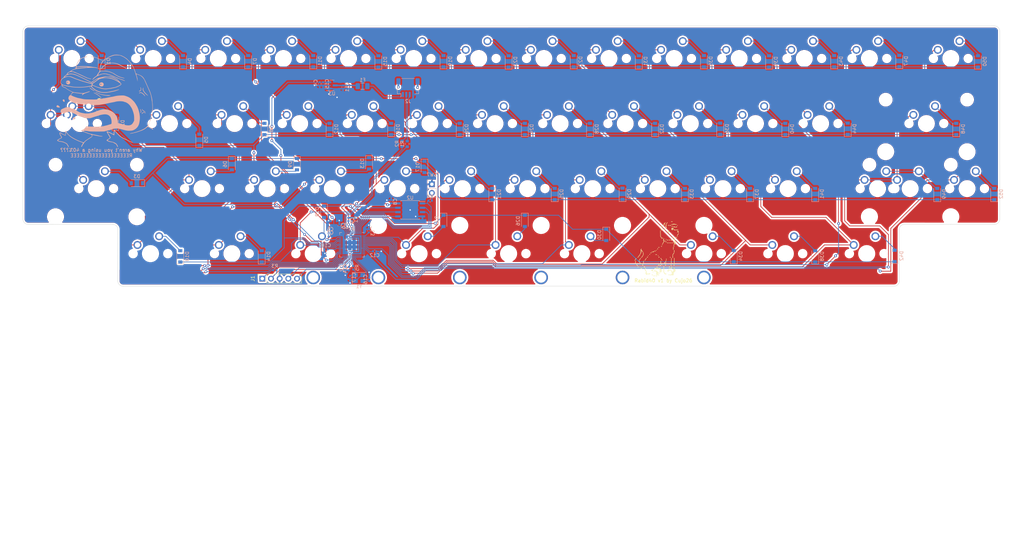
<source format=kicad_pcb>
(kicad_pcb (version 20211014) (generator pcbnew)
  (layers (0 "F.Cu" signal) (31 "B.Cu" signal) (34 "B.Paste" user) (35 "F.Paste" user) (36 "B.SilkS" user "B.Silkscreen") (37 "F.SilkS" user "F.Silkscreen") (38 "B.Mask" user) (39 "F.Mask" user) (44 "Edge.Cuts" user))
  (net 0 "")
  (net 1 "Col12")
  (net 2 "Net-('1-Pad2)")
  (net 3 "Col10")
  (net 4 "Net-(/1-Pad2)")
  (net 5 "Col11")
  (net 6 "Col8")
  (net 7 "Net-(<1-Pad2)")
  (net 8 "Col9")
  (net 9 "Net-(>1-Pad2)")
  (net 10 "Col1")
  (net 11 "Net-(A1-Pad2)")
  (net 12 "Col3")
  (net 13 "Net-(Alt2-Pad2)")
  (net 14 "Col5")
  (net 15 "Net-(B1-Pad2)")
  (net 16 "Col13")
  (net 17 "Net-(BSPC1-Pad2)")
  (net 18 "+1V1")
  (net 19 "GND")
  (net 20 "+3V3")
  (net 21 "+5V")
  (net 22 "XTAL_IN")
  (net 23 "/XTAL_O")
  (net 24 "Net-(C18-Pad2)")
  (net 25 "Col0")
  (net 26 "Net-(CTRL1-Pad2)")
  (net 27 "Row0")
  (net 28 "Net-(D1-Pad2)")
  (net 29 "Row1")
  (net 30 "Row2")
  (net 31 "Net-(D3-Pad2)")
  (net 32 "Net-(D4-Pad2)")
  (net 33 "Net-(D6-Pad2)")
  (net 34 "Net-(D7-Pad2)")
  (net 35 "Net-(D8-Pad2)")
  (net 36 "Net-(D9-Pad2)")
  (net 37 "Row3")
  (net 38 "Net-(D10-Pad2)")
  (net 39 "Net-(D11-Pad2)")
  (net 40 "Net-(D12-Pad2)")
  (net 41 "Net-(D15-Pad2)")
  (net 42 "Net-(D16-Pad2)")
  (net 43 "Net-(D17-Pad2)")
  (net 44 "Net-(D18-Pad2)")
  (net 45 "Net-(D19-Pad2)")
  (net 46 "Net-(D20-Pad2)")
  (net 47 "Net-(D22-Pad2)")
  (net 48 "Net-(D23-Pad2)")
  (net 49 "Net-(D24-Pad2)")
  (net 50 "Net-(D25-Pad2)")
  (net 51 "Net-(D26-Pad2)")
  (net 52 "Net-(D27-Pad2)")
  (net 53 "Net-(D28-Pad2)")
  (net 54 "Net-(D29-Pad2)")
  (net 55 "Net-(D30-Pad2)")
  (net 56 "Net-(D31-Pad2)")
  (net 57 "Net-(D32-Pad2)")
  (net 58 "Net-(D34-Pad2)")
  (net 59 "Net-(D35-Pad2)")
  (net 60 "Net-(D36-Pad2)")
  (net 61 "Net-(D39-Pad2)")
  (net 62 "Net-(;1-Pad2)")
  (net 63 "Net-(D42-Pad2)")
  (net 64 "Net-(D43-Pad2)")
  (net 65 "Net-(D47-Pad2)")
  (net 66 "Net-(D52-Pad2)")
  (net 67 "VBUS")
  (net 68 "Col4")
  (net 69 "Col6")
  (net 70 "~{RESET}")
  (net 71 "SWD")
  (net 72 "SWCLK")
  (net 73 "Col7")
  (net 74 "D_P")
  (net 75 "/D_+")
  (net 76 "D_N")
  (net 77 "/D_-")
  (net 78 "/~{USB_BOOT}")
  (net 79 "CS")
  (net 80 "XTAL_OUT")
  (net 81 "Col2")
  (net 89 "Net-(D48-Pad2)")
  (net 90 "Net-(D49-Pad2)")
  (net 96 "SD3")
  (net 97 "QSPI_CLK")
  (net 98 "SD0")
  (net 99 "SD2")
  (net 100 "SD1")
  (net 101 "Net-(ALT1-Pad2)")
  (net 102 "Net-(ALT2-Pad2)")
  (footprint "marbastlib-mx:SW_MX_1u" (layer "F.Cu") (at 213.54875 47.93375)
    (fp_text reference "P1" hide)
    (fp_text value "MX_SW_solder" hide)
  )
  (footprint "marbastlib-mx:SW_MX_1u" (layer "F.Cu") (at 42.09875 47.93375)
    (fp_text reference "Q1" hide)
    (fp_text value "MX_SW_solder" hide)
  )
  (footprint "marbastlib-mx:SW_MX_1u" (layer "F.Cu") (at 61.14875 47.93375)
    (fp_text reference "W1" hide)
    (fp_text value "MX_SW_solder" hide)
  )
  (footprint "marbastlib-mx:SW_MX_1u" (layer "F.Cu") (at 123.06125 66.98375)
    (fp_text reference "G1" hide)
    (fp_text value "MX_SW_solder" hide)
  )
  (footprint "marbastlib-mx:SW_MX_1u" (layer "F.Cu") (at 84.96125 66.98375)
    (fp_text reference "D46" hide)
    (fp_text value "MX_SW_solder" hide)
  )
  (footprint "marbastlib-mx:SW_MX_1u" (layer "F.Cu") (at 80.19875 47.93375)
    (fp_text reference "E1" hide)
    (fp_text value "MX_SW_solder" hide)
  )
  (footprint "marbastlib-mx:SW_MX_1u" (layer "F.Cu") (at 218.31125 66.98375)
    (fp_text reference ";1" hide)
    (fp_text value "MX_SW_solder" hide)
  )
  (footprint "marbastlib-mx:STAB_MX_2.25u" (layer "F.Cu") (at 268.3175 66.98375)
    (fp_text reference "Stab_Enter1" hide)
    (fp_text value "MX_stab")
  )
  (footprint "marbastlib-mx:SW_MX_1u" (layer "F.Cu") (at 118.29875 47.93375)
    (fp_text reference "T1" hide)
    (fp_text value "MX_SW_solder" hide)
  )
  (footprint "marbastlib-mx:SW_MX_1u" (layer "F.Cu") (at 161.16125 66.98375)
    (fp_text reference "J3" hide)
    (fp_text value "MX_SW_solder" hide)
  )
  (footprint "marbastlib-mx:SW_MX_1u" (layer "F.Cu") (at 41.304997 105.083762)
    (fp_text reference "WIN1" hide)
    (fp_text value "MX_SW_solder" hide)
  )
  (footprint "marbastlib-mx:SW_MX_1.5u" (layer "F.Cu") (at 227.042497 105.083762)
    (fp_text reference "ALT2" hide)
    (fp_text value "MX_SW_solder" hide)
  )
  (footprint "Connector_PinSocket_2.54mm:PinSocket_1x05_P2.54mm_Vertical" (layer "F.Cu") (at 74.02 112.39 90)
    (fp_text reference "J1")
    (fp_text value "SWD")
  )
  (footprint "marbastlib-mx:SW_MX_1u" (layer "F.Cu") (at 142.11125 66.98375)
    (fp_text reference "H1" hide)
    (fp_text value "MX_SW_solder" hide)
  )
  (footprint "marbastlib-mx:SW_MX_1u" (layer "F.Cu") (at 189.73625 86.03375)
    (fp_text reference "<1" hide)
    (fp_text value "MX_SW_solder" hide)
  )
  (footprint "marbastlib-mx:STAB_MX_P_2.25u" (layer "F.Cu") (at 119.89977 105.079148 180)
    (fp_text reference "Stab_Spc2.25" hide)
    (fp_text value "MX_stab")
  )
  (footprint "marbastlib-mx:SW_MX_1u" (layer "F.Cu") (at 156.39875 47.93375)
    (fp_text reference "U4" hide)
    (fp_text value "MX_SW_solder" hide)
  )
  (footprint "marbastlib-mx:SW_MX_1u" (layer "F.Cu") (at 199.26125 66.98375)
    (fp_text reference "L1" hide)
    (fp_text value "MX_SW_solder" hide)
  )
  (footprint "marbastlib-mx:STAB_MX_P_7u" (layer "F.Cu") (at 146.08 105.08375 180)
    (fp_text reference "Stab_Spc7u1" hide)
    (fp_text value "MX_stab")
  )
  (footprint "marbastlib-mx:SW_MX_1.5u" (layer "F.Cu") (at 18.28625 47.93375)
    (fp_text reference "TAB1" hide)
    (fp_text value "MX_SW_solder" hide)
  )
  (footprint "marbastlib-mx:SW_MX_1u" (layer "F.Cu") (at 232.59875 47.93375)
    (fp_text reference "[1" hide)
    (fp_text value "MX_SW_solder" hide)
  )
  (footprint "marbastlib-mx:SW_MX_1u" (layer "F.Cu") (at 175.44875 47.93375)
    (fp_text reference "I1" hide)
    (fp_text value "MX_SW_solder" hide)
  )
  (footprint "marbastlib-mx:SW_MX_1u" (layer "F.Cu") (at 104.01125 66.98375)
    (fp_text reference "F2" hide)
    (fp_text value "MX_SW_solder" hide)
  )
  (footprint "marbastlib-mx:SW_MX_1.75u_stp" (layer "F.Cu") (at 15.905 66.98375)
    (fp_text reference "STEPCTRL1" hide)
    (fp_text value "MX_SW_solder" hide)
  )
  (footprint "marbastlib-mx:SW_MX_1u" (layer "F.Cu") (at 113.53625 86.03375)
    (fp_text reference "V1" hide)
    (fp_text value "MX_SW_solder" hide)
  )
  (footprint "marbastlib-mx:SW_MX_1u" (layer "F.Cu") (at 263.555 86.03375)
    (fp_text reference "SHIFT3" hide)
    (fp_text value "MX_SW_solder" hide)
  )
  (footprint "marbastlib-mx:SW_MX_1.75u" (layer "F.Cu") (at 20.6675 66.98375)
    (fp_text reference "CTRL1" hide)
    (fp_text value "MX_SW_solder" hide)
  )
  (footprint "marbastlib-mx:SW_MX_1.5u" (layer "F.Cu") (at 275.46125 47.93375)
    (fp_text reference "BSPC1" hide)
    (fp_text value "MX_SW_solder" hide)
  )
  (footprint "marbastlib-mx:SW_MX_1u" (layer "F.Cu") (at 146.08 105.08375)
    (fp_text reference "SPACE_7u1" hide)
    (fp_text value "MX_SW_solder" hide)
  )
  (footprint "marbastlib-mx:SW_MX_1u" (layer "F.Cu") (at 137.34875 47.93375)
    (fp_text reference "Y2" hide)
    (fp_text value "MX_SW_solder" hide)
  )
  (footprint "marbastlib-mx:STAB_MX_P_2.75u" (layer "F.Cu") (at 167.51125 105.08375 180)
    (fp_text reference "Stab_Spc2.75" hide)
    (fp_text value "MX_stab")
  )
  (footprint "marbastlib-mx:SW_MX_1u" (layer "F.Cu") (at 254.03 86.03375)
    (fp_text reference "SHIFT2" hide)
    (fp_text value "MX_SW_solder" hide)
  )
  (footprint "marbastlib-mx:SW_MX_1u" (layer "F.Cu") (at 119.88625 105.08375)
    (fp_text reference "SPACE2.25" hide)
    (fp_text value "MX_SW_solder" hide)
  )
  (footprint "marbastlib-mx:SW_MX_1u" (layer "F.Cu") (at 167.51125 105.08375)
    (fp_text reference "SPACE2.75" hide)
    (fp_text value "MX_SW_solder" hide)
  )
  (footprint "marbastlib-mx:SW_MX_1u" (layer "F.Cu") (at 280.22375 86.03375)
    (fp_text reference "FN1" hide)
    (fp_text value "MX_SW_solder" hide)
  )
  (footprint "marbastlib-mx:SW_MX_1u" (layer "F.Cu") (at 132.58625 86.03375)
    (fp_text reference "B1" hide)
    (fp_text value "MX_SW_solder" hide)
  )
  (footprint "marbastlib-mx:SW_MX_1u" (layer "F.Cu") (at 25.43 86.03375)
    (fp_text reference "SHIFT1" hide)
    (fp_text value "MX_SW_solder" hide)
  )
  (footprint "marbastlib-mx:SW_MX_1.5u" (layer "F.Cu") (at 65.117497 105.083762)
    (fp_text reference "ALT1" hide)
    (fp_text value "MX_SW_solder" hide)
  )
  (footprint "marbastlib-mx:STAB_MX_2.75u" (layer "F.Cu") (at 263.555 86.03375)
    (fp_text reference "Stab_RShift1" hide)
    (fp_text value "MX_stab")
  )
  (footprint "marbastlib-mx:SW_MX_1u" (layer "F.Cu") (at 170.68625 86.03375)
    (fp_text reference "M1" hide)
    (fp_text value "MX_SW_solder" hide)
  )
  (footprint "marbastlib-mx:SW_MX_1u" (layer "F.Cu") (at 56.38625 86.03375)
    (fp_text reference "Z1" hide)
    (fp_text value "MX_SW_solder" hide)
  )
  (footprint "marbastlib-mx:SW_MX_1u" (layer "F.Cu") (at 94.48625 86.03375)
    (fp_text reference "C18" hide)
    (fp_text value "MX_SW_solder" hide)
  )
  (footprint "marbastlib-mx:STAB_MX_2.25u" (layer "F.Cu") (at 25.43 86.03375)
    (fp_text reference "Stab_LShift1" hide)
    (fp_text value "MX_stab")
  )
  (footprint "marbastlib-mx:SW_MX_1u" (layer "F.Cu") (at 65.91125 66.98375)
    (fp_text reference "S1" hide)
    (fp_text value "MX_SW_solder" hide)
  )
  (footprint "marbastlib-mx:SW_MX_1u" (layer "F.Cu") (at 46.86125 66.98375)
    (fp_text reference "A1" hide)
    (fp_text value "MX_SW_solder" hide)
  )
  (footprint "marbastlib-mx:SW_MX_1u" (layer "F.Cu") (at 237.36125 66.98375)
    (fp_text reference "'1" hide)
    (fp_text value "MX_SW_solder" hide)
  )
  (footprint "marbastlib-mx:SW_MX_1u" (layer "F.Cu") (at 75.43625 86.03375)
    (fp_text reference "X1" hide)
    (fp_text value "MX_SW_solder" hide)
  )
  (footprint "marbastlib-mx:SW_MX_1u" (layer "F.Cu") (at 227.83625 86.03375)
    (fp_text reference "/1" hide)
    (fp_text value "MX_SW_solder" hide)
  )
  (footprint "marbastlib-mx:SW_MX_1u" (layer "F.Cu") (at 99.24875 47.93375)
    (fp_text reference "R6" hide)
    (fp_text value "MX_SW_solder" hide)
  )
  (footprint "marbastlib-mx:SW_MX_1u" (layer "F.Cu") (at 203.23 105.08375)
    (fp_text reference "RMOD11" hide)
    (fp_text value "MX_SW_solder" hide)
  )
  (footprint "marbastlib-mx:SW_MX_1u" (layer "F.Cu") (at 180.21125 66.98375)
    (fp_text reference "K1" hide)
    (fp_text value "MX_SW_solder" hide)
  )
  (footprint "marbastlib-mx:SW_MX_1u" (layer "F.Cu") (at 250.855 105.08375)
    (fp_text reference "WIN2" hide)
    (fp_text value "MX_SW_solder" hide)
  )
  (footprint "marbastlib-mx:SW_MX_1u" (layer "F.Cu") (at 208.78625 86.03375)
    (fp_text reference ">1" hide)
    (fp_text value "MX_SW_solder" hide)
  )
  (footprint "marbastlib-mx:SW_MX_1u" (layer "F.Cu") (at 151.63625 86.03375)
    (fp_text reference "N1" hide)
    (fp_text value "MX_SW_solder" hide)
  )
  (footprint "marbastlib-mx:SW_MX_1u" (layer "F.Cu") (at 251.64875 47.93375)
    (fp_text reference "]1" hide)
    (fp_text value "MX_SW_solder" hide)
  )
  (footprint "marbastlib-mx:SW_MX_1u" (layer "F.Cu") (at 268.3175 66.98375)
    (fp_text reference "ENTER1" hide)
    (fp_text value "MX_SW_solder" hide)
  )
  (footprint "marbastlib-mx:SW_MX_1u" (layer "F.Cu") (at 194.49875 47.93375)
    (fp_text reference "O1" hide)
    (fp_text value "MX_SW_solder" hide)
  )
  (footprint "marbastlib-mx:SW_MX_1u" (layer "F.Cu") (at 88.93 105.08375)
    (fp_text reference "LMOD1" hide)
    (fp_text value "MX_SW_solder" hide)
  )
  (footprint "Capacitor_SMD:C_0402_1005Metric" (layer "B.Cu") (at 97.6675 56.31125 90)
    (fp_text reference "C11")
    (fp_text value "1uF")
  )
  (footprint "rabidgfx:reee_30mm" (layer "B.Cu") (at 27.956254 60.572812 180)
    (fp_text reference "G***")
    (fp_text value "LOGO" hide)
  )
  (footprint "Diode_SMD:D_SOD-123" (layer "B.Cu") (at 188.9425 68.57125 90)
    (fp_text reference "D32")
    (fp_text value "1N4148W")
  )
  (footprint "Sleep-lib:RP2040-QFN-56" (layer "B.Cu") (at 100.255 102.4975 180)
    (fp_text reference "U1")
    (fp_text value "RP2040")
  )
  (footprint "Diode_SMD:D_SOD-123" (layer "B.Cu") (at 27.0175 48.7275 90)
    (fp_text reference "D1")
    (fp_text value "1N4148W")
  )
  (footprint "Diode_SMD:D_SOD-123" (layer "B.Cu") (at 131.7925 68.57125 90)
    (fp_text reference "D20")
    (fp_text value "1N4148W")
  )
  (footprint "Diode_SMD:D_SOD-123" (layer "B.Cu") (at 245.29875 68.50875 90)
    (fp_text reference "D44")
    (fp_text value "1N4148W")
  )
  (footprint "Capacitor_SMD:C_0402_1005Metric" (layer "B.Cu") (at 96.5375 96.9375 90)
    (fp_text reference "C6")
    (fp_text value "100nF")
  )
  (footprint "Diode_SMD:D_SOD-123" (layer "B.Cu") (at 222.28 48.79 90)
    (fp_text reference "D39")
    (fp_text value "1N4148W")
  )
  (footprint "Diode_SMD:D_SOD-123" (layer "B.Cu") (at 107.98 48.79 90)
    (fp_text reference "D15")
    (fp_text value "1N4148W")
  )
  (footprint "Diode_SMD:D_SOD-123" (layer "B.Cu") (at 150.8425 95.49625 -90)
    (fp_text reference "D26")
    (fp_text value "1N4148W")
  )
  (footprint "Diode_SMD:D_SOD-123" (layer "B.Cu") (at 50.83 48.7275 90)
    (fp_text reference "D4")
    (fp_text value "1N4148W")
  )
  (footprint "Resistor_SMD:R_0402_1005Metric" (layer "B.Cu") (at 123.14 89.56 180)
    (fp_text reference "R4")
    (fp_text value "1k")
  )
  (footprint "Capacitor_SMD:C_0402_1005Metric" (layer "B.Cu") (at 90.7875 55.37125 -90)
    (fp_text reference "C4")
    (fp_text value "10uF")
  )
  (footprint "Diode_SMD:D_SOD-123" (layer "B.Cu") (at 50.03625 105.8775 90)
    (fp_text reference "D10")
    (fp_text value "1N4148W")
  )
  (footprint "Connector_JST:JST_SH_SM04B-SRSS-TB_1x04-1MP_P1.00mm_Horizontal" (layer "B.Cu") (at 116.65 56.48)
    (fp_text reference "J2")
    (fp_text value "Conn_01x04")
  )
  (footprint "Diode_SMD:D_SOD-123" (layer "B.Cu") (at 150.8425 68.57125 90)
    (fp_text reference "D24")
    (fp_text value "1N4148W")
  )
  (footprint "Connector_PinSocket_2.54mm:PinSocket_1x02_P2.54mm_Vertical" (layer "B.Cu") (at 123.63 84.76 180)
    (fp_text reference "SW7")
    (fp_text value "SW_Push")
  )
  (footprint "Capacitor_SMD:C_0402_1005Metric" (layer "B.Cu") (at 93.8975 99.0875 180)
    (fp_text reference "C5")
    (fp_text value "1uF")
  )
  (footprint "Diode_SMD:D_SOD-123" (layer "B.Cu") (at 169.8925 68.57125 90)
    (fp_text reference "D28")
    (fp_text value "1N4148W")
  )
  (footprint "Diode_SMD:D_SOD-123" (layer "B.Cu") (at 271.4925 87.62125 90)
    (fp_text reference "D49")
    (fp_text value "1N4148W")
  )
  (footprint "Diode_SMD:D_SOD-123" (layer "B.Cu") (at 37.33625 84.44625 180)
    (fp_text reference "D3")
    (fp_text value "1N4148W")
  )
  (footprint "Diode_SMD:D_SOD-123" (layer "B.Cu") (at 121.47375 79.68375 -90)
    (fp_text reference "D17")
    (fp_text value "1N4148W")
  )
  (footprint "Diode_SMD:D_SOD-123" (layer "B.Cu") (at 260.38 48.665 90)
    (fp_text reference "D47")
    (fp_text value "1N4148W")
  )
  (footprint "Diode_SMD:D_SOD-123" (layer "B.Cu") (at 259.025 105.75 90)
    (fp_text reference "D42")
    (fp_text value "1N4148W")
  )
  (footprint "Diode_SMD:D_SOD-123" (layer "B.Cu") (at 283.39875 48.79 90)
    (fp_text reference "D50")
    (fp_text value "1N4148W")
  )
  (footprint "Diode_SMD:D_SOD-123" (layer "B.Cu") (at 74.6425 68.57125 90)
    (fp_text reference "D8")
    (fp_text value "1N4148W")
  )
  (footprint "Resistor_SMD:R_0402_1005Metric" (layer "B.Cu") (at 100.6275 109.2275 90)
    (fp_text reference "R5")
    (fp_text value "1k")
  )
  (footprint "Diode_SMD:D_SOD-123" (layer "B.Cu") (at 277.04875 68.57125 90)
    (fp_text reference "D48")
    (fp_text value "1N4148W")
  )
  (footprint "Diode_SMD:D_SOD-123" (layer "B.Cu") (at 211.96125 105.815 90)
    (fp_text reference "D34")
    (fp_text value "1N4148W")
  )
  (footprint "Diode_SMD:D_SOD-123" (layer "B.Cu") (at 174.655 99.59 -90)
    (fp_text reference "D30")
    (fp_text value "1N4148W")
  )
  (footprint "Package_SO:SOIC-8_5.23x5.23mm_P1.27mm" (layer "B.Cu") (at 117.2875 92.2825 180)
    (fp_text reference "U2")
    (fp_text value "W25Q128JVS")
  )
  (footprint "Diode_SMD:D_SOD-123" (layer "B.Cu") (at 146.08 48.79 90)
    (fp_text reference "D23")
    (fp_text value "1N4148W")
  )
  (footprint "Diode_SMD:D_SOD-123" (layer "B.Cu") (at 235.77375 87.62125 90)
    (fp_text reference "D41")
    (fp_text value "1N4148W")
  )
  (footprint "Diode_SMD:D_SOD-123" (layer "B.Cu") (at 84.1675 78.89 -90)
    (fp_text reference "D9")
    (fp_text value "1N4148W")
  )
  (footprint "Diode_SMD:D_SOD-123" (layer "B.Cu") (at 93.6925 68.57125 90)
    (fp_text reference "D12")
    (fp_text value "1N4148W")
  )
  (footprint "Package_TO_SOT_SMD:SOT-23" (layer "B.Cu") (at 94.41 55.8175)
    (fp_text reference "U3")
    (fp_text value "XC6206PxxxMR-Regulator_Linear")
  )
  (footprint "Diode_SMD:D_SOD-123" (layer "B.Cu") (at 241.33 48.7275 90)
    (fp_text reference "D43")
    (fp_text value "1N4148W")
  )
  (footprint "Capacitor_SMD:C_0402_1005Metric" (layer "B.Cu") (at 98.39 109.4 -90)
    (fp_text reference "C2")
    (fp_text value "100nF")
  )
  (footprint "Capacitor_SMD:C_0402_1005Metric" (layer "B.Cu") (at 91.8075 55.37125 90)
    (fp_text reference "C15")
    (fp_text value "1uF")
  )
  (footprint "Diode_SMD:D_SOD-123" (layer "B.Cu") (at 179.4175 87.55875 90)
    (fp_text reference "D29")
    (fp_text value "1N4148W")
  )
  (footprint "Capacitor_SMD:C_0402_1005Metric" (layer "B.Cu") (at 93.905 100.11625 180)
    (fp_text reference "C7")
    (fp_text value "100nF")
  )
  (footprint "Capacitor_SMD:C_0402_1005Metric" (layer "B.Cu") (at 92.68 103.81 180)
    (fp_text reference "C10")
    (fp_text value "100nF")
  )
  (footprint "Crystal:Crystal_SMD_3225-4Pin_3.2x2.5mm" (layer "B.Cu") (at 102.3375 112.2275)
    (fp_text reference "Y1")
    (fp_text value "12MHz")
  )
  (footprint "Diode_SMD:D_SOD-123" (layer "B.Cu") (at 207.9925 68.50875 90)
    (fp_text reference "D36")
    (fp_text value "1N4148W")
  )
  (footprint "Resistor_SMD:R_0603_1608Metric" (layer "B.Cu") (at 116.42 72.945 -90)
    (fp_text reference "R1")
    (fp_text value "27R")
  )
  (footprint "Fuse:Fuse_1206_3216Metric" (layer "B.Cu") (at 103.35375 56.04 180)
    (fp_text reference "F1")
    (fp_text value "500mA")
  )
  (footprint "Capacitor_SMD:C_0402_1005Metric" (layer "B.Cu") (at 105.1775 98.4075 90)
    (fp_text reference "C13")
    (fp_text value "100nF")
  )
  (footprint "Diode_SMD:D_SOD-123" (layer "B.Cu") (at 159.57375 87.62125 90)
    (fp_text reference "D25")
    (fp_text value "1N4148W")
  )
  (footprint "Diode_SMD:D_SOD-123" (layer "B.Cu") (at 73.84875 105.8775 90)
    (fp_text reference "D14")
    (fp_text value "1N4148W")
  )
  (footprint "Diode_SMD:D_SOD-123" (layer "B.Cu") (at 288.16125 87.62125 90)
    (fp_text reference "D52")
    (fp_text value "1N4148W")
  )
  (footprint "Capacitor_SMD:C_0402_1005Metric" (layer "B.Cu") (at 100.23 95.08 90)
    (fp_text reference "C1")
    (fp_text value "1uF")
  )
  (footprint "Diode_SMD:D_SOD-123" (layer "B.Cu") (at 65.1175 78.89 -90)
    (fp_text reference "D6")
    (fp_text value "1N4148W")
  )
  (footprint "Diode_SMD:D_SOD-123" (layer "B.Cu") (at 227.0425 68.57125 90)
    (fp_text reference "D40")
    (fp_text value "1N4148W")
  )
  (footprint "Resistor_SMD:R_0402_1005Metric" (layer "B.Cu") (at 77.69 109.9 180)
    (fp_text reference "R3")
    (fp_text value "1k")
  )
  (footprint "Diode_SMD:D_SOD-123" (layer "B.Cu") (at 127.03 48.7275 90)
    (fp_text reference "D19")
    (fp_text value "1N4148W")
  )
  (footprint "Diode_SMD:D_SOD-123" (layer "B.Cu") (at 31.05 66.71 90)
    (fp_text reference "D2")
    (fp_text value "1N4148W")
  )
  (footprint "Diode_SMD:D_SOD-123" (layer "B.Cu") (at 92.09 92.82 -90)
    (fp_text reference "D18")
    (fp_text value "1N4148W")
  )
  (footprint "Diode_SMD:D_SOD-123" (layer "B.Cu") (at 55.5925 71.74625 90)
    (fp_text reference "D5")
    (fp_text value "1N4148W")
  )
  (footprint "Diode_SMD:D_SOD-123" (layer "B.Cu") (at 141.3175 87.62125 90)
    (fp_text reference "D21")
    (fp_text value "1N4148W")
  )
  (footprint "Diode_SMD:D_SOD-123" (layer "B.Cu") (at 184.18 48.79 90)
    (fp_text reference "D31")
    (fp_text value "1N4148W")
  )
  (footprint "Diode_SMD:D_SOD-123" (layer "B.Cu") (at 111.71 68.57 90)
    (fp_text reference "D16")
    (fp_text value "1N4148W")
  )
  (footprint "Diode_SMD:D_SOD-123" (layer "B.Cu") (at 165.13 48.7275 90)
    (fp_text reference "D27")
    (fp_text value "1N4148W")
  )
  (footprint "Diode_SMD:D_SOD-123" (layer "B.Cu") (at 105.2575 78.6575 -90)
    (fp_text reference "D13")
    (fp_text value "1N4148W")
  )
  (footprint "Diode_SMD:D_SOD-123" (layer "B.Cu") (at 203.23 48.7275 90)
    (fp_text reference "D35")
    (fp_text value "1N4148W")
  )
  (footprint "Diode_SMD:D_SOD-123" (layer "B.Cu") (at 235.77375 105.8775 90)
    (fp_text reference "D38")
    (fp_text value "1N4148W")
  )
  (footprint "Capacitor_SMD:C_0402_1005Metric" (layer "B.Cu") (at 99.69625 112.06875 90)
    (fp_text reference "C17")
    (fp_text value "22pF")
  )
  (footprint "Capacitor_SMD:C_0402_1005Metric" (layer "B.Cu") (at 111.7375 89.8675 90)
    (fp_text reference "C8")
    (fp_text value "100nF")
  )
  (footprint "Diode_SMD:D_SOD-123" (layer "B.Cu") (at 88.93 48.7275 90)
    (fp_text reference "D11")
    (fp_text value "1N4148W")
  )
  (footprint "Capacitor_SMD:C_0402_1005Metric" (layer "B.Cu") (at 105.34 112.63 -90)
    (fp_text reference "C16")
    (fp_text value "22pF")
  )
  (footprint "Capacitor_SMD:C_0402_1005Metric" (layer "B.Cu") (at 99.4 109.48 -90)
    (fp_text reference "C14")
    (fp_text value "100nF")
  )
  (footprint "Resistor_SMD:R_0603_1608Metric" (layer "B.Cu") (at 114.88 72.885 -90)
    (fp_text reference "R2")
    (fp_text value "27R")
  )
  (footprint "Diode_SMD:D_SOD-123" (layer "B.Cu") (at 197.67375 87.62125 90)
    (fp_text reference "D33")
    (fp_text value "1N4148W")
  )
  (footprint "Diode_SMD:D_SOD-123" (layer "B.Cu") (at 127.03 95.49625 -90)
    (fp_text reference "D22")
    (fp_text value "1N4148W")
  )
  (footprint "Capacitor_SMD:C_0402_1005Metric" (layer "B.Cu") (at 97.5375 96.9375 90)
    (fp_text reference "C3")
    (fp_text value "100nF")
  )
  (footprint "Capacitor_SMD:C_0402_1005Metric" (layer "B.Cu") (at 99.21 95.06 90)
    (fp_text reference "C9")
    (fp_text value "100nF")
  )
  (footprint "Diode_SMD:D_SOD-123" (layer "B.Cu") (at 69.88 48.7275 90)
    (fp_text reference "D7")
    (fp_text value "1N4148W")
  )
  (footprint "Capacitor_SMD:C_0402_1005Metric" (layer "B.Cu") (at 106.9 104.39)
    (fp_text reference "C12")
    (fp_text value "100nF")
  )
  (footprint "Diode_SMD:D_SOD-123" (layer "B.Cu") (at 216.72375 87.62125 90)
    (fp_text reference "D37")
    (fp_text value "1N4148W")
  )
  (gr_arc (start 289.756157 95) (mid 289.31438 96.065641) (end 288.246663 96.502375) (layer "Edge.Cuts") (width 0.1))
  (gr_line (start 289.756157 95) (end 289.752375 39.913337) (layer "Edge.Cuts") (width 0.1))
  (gr_line (start 3.993843 39.907628) (end 3.997625 94.996663) (layer "Edge.Cuts") (width 0.1))
  (gr_arc (start 260.389494 113.119997) (mid 259.943336 114.177625) (end 258.88 114.61) (layer "Edge.Cuts") (width 0.1))
  (gr_arc (start 30.292372 96.513843) (mid 31.35 96.96) (end 31.782375 98.023337) (layer "Edge.Cuts") (width 0.1))
  (gr_arc (start 3.993843 39.907628) (mid 4.44 38.85) (end 5.503337 38.417625) (layer "Edge.Cuts") (width 0.1))
  (gr_arc (start 260.383843 97.987628) (mid 260.83 96.93) (end 261.893337 96.497625) (layer "Edge.Cuts") (width 0.1))
  (gr_line (start 33.257628 114.616157) (end 258.88 114.61) (layer "Edge.Cuts") (width 0.1))
  (gr_arc (start 33.257628 114.616157) (mid 32.2 114.17) (end 31.767625 113.106663) (layer "Edge.Cuts") (width 0.1))
  (gr_arc (start 5.487628 96.506157) (mid 4.43 96.06) (end 3.997625 94.996663) (layer "Edge.Cuts") (width 0.1))
  (gr_line (start 288.262372 38.403843) (end 5.503337 38.417625) (layer "Edge.Cuts") (width 0.1))
  (gr_line (start 275.435546 96.5) (end 261.893337 96.497625) (layer "Edge.Cuts") (width 0.1))
  (gr_arc (start 288.262372 38.403843) (mid 289.32 38.85) (end 289.752375 39.913337) (layer "Edge.Cuts") (width 0.1))
  (gr_line (start 260.389494 113.119997) (end 260.383843 97.987628) (layer "Edge.Cuts") (width 0.1))
  (gr_line (start 31.782375 98.023337) (end 31.767625 113.106663) (layer "Edge.Cuts") (width 0.1))
  (gr_line (start 275.435546 96.5) (end 288.246663 96.502375) (layer "Edge.Cuts") (width 0.1))
  (gr_line (start 30.292372 96.513843) (end 5.487628 96.506157) (layer "Edge.Cuts") (width 0.1))
  (gr_text "Why aren't you using a 40%???\nREEEEEEEEEEEEEEEEEEE" (at 26.94 75.55) (layer "B.SilkS") (effects (font (size 1 1)) (justify mirror)))
  (gr_text "Rabid40 v1 by Cujo26" (at 191.37 112.98) (layer "F.SilkS") (effects (font (size 1 1))))
  (gr_text "                                    _\n                                 ,:'/   _..._\n                                // ( `{dblquote}{dblquote}-.._.'\n                                \\| /    6\\___\n                                |     6      4\n                                |            /\n                                \\_       .--'\n                                (_'---'`)\n                                / `'---`()\n                              ,'        |\n              ,            .'`          |\n              )\\       _.-'             ;\n             / |    .'`   _            /\n           /` /   .'       '.        , |\n          /  /   /           \\   ;   | |\n          |  \\  |            |  .|   | |\n           \\  `{dblquote}|           /.-' |   | |\n            '-..-\\       _.;.._  |   |.;-.\n                  \\    <`.._  )) |  .;-. ))\n                  (__.  `  ))-'  \\_    ))'\n                      `'--{dblquote}`       `{dblquote}{dblquote}{dblquote}`" (at 186.98 103.5) (layer "F.SilkS") (effects (font (size 0.5 0.5) (thickness 0.125))))
  (via (at 113.82 56.31) (size 0.8) (drill 0.4) (layers "F.Cu" "B.Cu") (net 0))
  (segment (start 113.85 56.28) (end 113.82 56.31) (width 0.2) (layer "B.Cu") (net 0))
  (segment (start 113.849988 54.604996) (end 113.849988 56.279999) (width 0.508) (layer "B.Cu") (net 0))
  (segment (start 259.72 56.89) (end 257.42 54.59) (width 0.2) (layer "F.Cu") (net 1))
  (segment (start 245.91 96.98) (end 244.42 95.49) (width 0.2) (layer "F.Cu") (net 1))
  (segment (start 257.2 99.49) (end 254.69 96.98) (width 0.2) (layer "F.Cu") (net 1))
  (segment (start 259.72 68.18) (end 259.72 56.89) (width 0.2) (layer "F.Cu") (net 1))
  (segment (start 259.745 83.49375) (end 259.745 68.37375) (width 0.2) (layer "F.Cu") (net 1))
  (segment (start 257.2 109.01) (end 257.2 99.49) (width 0.2) (layer "F.Cu") (net 1))
  (segment (start 244.81 47.16) (end 246.57625 45.39375) (width 0.2) (layer "F.Cu") (net 1))
  (segment (start 259.829375 68.289375) (end 263.675 64.44375) (width 0.2) (layer "F.Cu") (net 1))
  (segment (start 254.69 96.98) (end 245.91 96.98) (width 0.2) (layer "F.Cu") (net 1))
  (segment (start 257.42 54.59) (end 248.26 54.59) (width 0.2) (layer "F.Cu") (net 1))
  (segment (start 244.42 86.64) (end 247.56625 83.49375) (width 0.2) (layer "F.Cu") (net 1))
  (segment (start 247.56625 83.49375) (end 250.22 83.49375) (width 0.2) (layer "F.Cu") (net 1))
  (segment (start 259.745 68.37375) (end 259.829375 68.289375) (width 0.2) (layer "F.Cu") (net 1))
  (segment (start 244.81 51.14) (end 244.81 47.16) (width 0.2) (layer "F.Cu") (net 1))
  (segment (start 246.57625 45.39375) (end 247.83875 45.39375) (width 0.2) (layer "F.Cu") (net 1))
  (segment (start 263.675 64.44375) (end 264.5075 64.44375) (width 0.2) (layer "F.Cu") (net 1))
  (segment (start 248.26 54.59) (end 244.81 51.14) (width 0.2) (layer "F.Cu") (net 1))
  (segment (start 259.829375 68.289375) (end 259.72 68.18) (width 0.2) (layer "F.Cu") (net 1))
  (segment (start 244.42 95.49) (end 244.42 86.64) (width 0.2) (layer "F.Cu") (net 1))
  (via (at 257.2 109.01) (size 0.8) (drill 0.4) (layers "F.Cu" "B.Cu") (net 1))
  (segment (start 110.92 105.51005) (end 110.92 108.13) (width 0.2) (layer "B.Cu") (net 1))
  (segment (start 103.6925 103.0975) (end 104.6975 103.0975) (width 0.2) (layer "B.Cu") (net 1))
  (segment (start 105.23 103.63) (end 109.03995 103.63) (width 0.2) (layer "B.Cu") (net 1))
  (segment (start 126.831371 109.01) (end 257.2 109.01) (width 0.2) (layer "B.Cu") (net 1))
  (segment (start 119.265686 112.02) (end 121.715685 109.57) (width 0.2) (layer "B.Cu") (net 1))
  (segment (start 110.92 108.13) (end 114.81 112.02) (width 0.2) (layer "B.Cu") (net 1))
  (segment (start 121.715685 109.57) (end 126.27137 109.57) (width 0.2) (layer "B.Cu") (net 1))
  (segment (start 114.81 112.02) (end 119.265686 112.02) (width 0.2) (layer "B.Cu") (net 1))
  (segment (start 109.03995 103.63) (end 110.92 105.51005) (width 0.2) (layer "B.Cu") (net 1))
  (segment (start 126.27137 109.57) (end 126.831371 109.01) (width 0.2) (layer "B.Cu") (net 1))
  (segment (start 259.745 83.49375) (end 250.22 83.49375) (width 0.2) (layer "B.Cu") (net 1))
  (segment (start 104.6975 103.0975) (end 105.23 103.63) (width 0.2) (layer "B.Cu") (net 1))
  (segment (start 244.85625 66.85875) (end 245.29875 66.85875) (width 0.2) (layer "B.Cu") (net 2))
  (segment (start 239.90125 61.90375) (end 244.85625 66.85875) (width 0.2) (layer "B.Cu") (net 2))
  (segment (start 209.73875 45.39375) (end 207.543925 45.39375) (width 0.2) (layer "F.Cu") (net 3))
  (segment (start 247.045 102.54375) (end 238.46625 102.54375) (width 0.2) (layer "F.Cu") (net 3))
  (segment (start 238.46625 102.54375) (end 232.08 108.93) (width 0.2) (layer "F.Cu") (net 3))
  (segment (start 142.328629 108.93) (end 141.278628 107.88) (width 0.2) (layer "F.Cu") (net 3))
  (segment (start 224.02625 83.49375) (end 221.495 80.9625) (width 0.2) (layer "F.Cu") (net 3))
  (segment (start 215.9 75.40625) (end 213.51875 75.40625) (width 0.2) (layer "F.Cu") (net 3))
  (segment (start 212.575 64.44375) (end 210.34375 66.675) (width 0.2) (layer "F.Cu") (net 3))
  (segment (start 210.34375 72.23125) (end 210.34375 61.11875) (width 0.2) (layer "F.Cu") (net 3))
  (segment (start 125.31 110.79) (end 118.302559 110.79) (width 0.2) (layer "F.Cu") (net 3))
  (segment (start 221.495 80.9625) (end 219.86875 80.9625) (width 0.2) (layer "F.Cu") (net 3))
  (segment (start 205.58125 51.59375) (end 205.58125 47.625) (width 0.2) (layer "F.Cu") (net 3))
  (segment (start 128.22 107.88) (end 125.31 110.79) (width 0.2) (layer "F.Cu") (net 3))
  (segment (start 247.045 102.54375) (end 238.9575 94.45625) (width 0.2) (layer "F.Cu") (net 3))
  (segment (start 214.50125 64.44375) (end 212.575 64.44375) (width 0.2) (layer "F.Cu") (net 3))
  (segment (start 232.08 108.93) (end 142.328629 108.93) (width 0.2) (layer "F.Cu") (net 3))
  (segment (start 210.34375 61.11875) (end 210.34375 56.35625) (width 0.2) (layer "F.Cu") (net 3))
  (segment (start 205.58125 47.356425) (end 205.58125 47.625) (width 0.2) (layer "F.Cu") (net 3))
  (segment (start 213.51875 75.40625) (end 210.34375 72.23125) (width 0.2) (layer "F.Cu") (net 3))
  (segment (start 141.278628 107.88) (end 128.22 107.88) (width 0.2) (layer "F.Cu") (net 3))
  (segment (start 210.34375 56.35625) (end 205.58125 51.59375) (width 0.2) (layer "F.Cu") (net 3))
  (segment (start 118.302559 110.79) (end 118.190373 110.902186) (width 0.2) (layer "F.Cu") (net 3))
  (segment (start 219.86875 91.28125) (end 219.86875 79.375) (width 0.2) (layer "F.Cu") (net 3))
  (segment (start 223.04375 94.45625) (end 219.86875 91.28125) (width 0.2) (layer "F.Cu") (net 3))
  (segment (start 207.543925 45.39375) (end 205.58125 47.356425) (width 0.2) (layer "F.Cu") (net 3))
  (segment (start 219.86875 79.375) (end 215.9 75.40625) (width 0.2) (layer "F.Cu") (net 3))
  (segment (start 238.9575 94.45625) (end 223.04375 94.45625) (width 0.2) (layer "F.Cu") (net 3))
  (via (at 118.190373 110.902186) (size 0.8) (drill 0.4) (layers "F.Cu" "B.Cu") (net 3))
  (segment (start 111.72 107.765686) (end 111.72 102.925686) (width 0.2) (layer "B.Cu") (net 3))
  (segment (start 114.8565 110.902186) (end 111.72 107.765686) (width 0.2) (layer "B.Cu") (net 3))
  (segment (start 118.190373 110.902186) (end 114.8565 110.902186) (width 0.2) (layer "B.Cu") (net 3))
  (segment (start 111.091814 102.2975) (end 103.6925 102.2975) (width 0.2) (layer "B.Cu") (net 3))
  (segment (start 111.72 102.925686) (end 111.091814 102.2975) (width 0.2) (layer "B.Cu") (net 3))
  (segment (start 235.77375 85.97125) (end 235.39375 85.97125) (width 0.2) (layer "B.Cu") (net 4))
  (segment (start 235.39375 85.97125) (end 230.37625 80.95375) (width 0.2) (layer "B.Cu") (net 4))
  (segment (start 224.63125 47.356425) (end 226.593925 45.39375) (width 0.2) (layer "F.Cu") (net 5))
  (segment (start 242.57 79.04) (end 242.57 79.75) (width 0.2) (layer "F.Cu") (net 5))
  (segment (start 233.55125 64.44375) (end 230.21875 61.11125) (width 0.2) (layer "F.Cu") (net 5))
  (segment (start 230.21875 61.11125) (end 224.63125 55.52375) (width 0.2) (layer "F.Cu") (net 5))
  (segment (start 226.593925 45.39375) (end 228.78875 45.39375) (width 0.2) (layer "F.Cu") (net 5))
  (segment (start 242.57 79.75) (end 242.57 96.21) (width 0.2) (layer "F.Cu") (net 5))
  (segment (start 230.21875 66.68875) (end 242.57 79.04) (width 0.2) (layer "F.Cu") (net 5))
  (segment (start 241.75 105.73) (end 239.19 108.29) (width 0.2) (layer "F.Cu") (net 5))
  (segment (start 230.21875 61.11125) (end 230.21875 66.68875) (width 0.2) (layer "F.Cu") (net 5))
  (segment (start 242.57 96.21) (end 242.63 96.27) (width 0.2) (layer "F.Cu") (net 5))
  (segment (start 224.63125 55.52375) (end 224.63125 47.356425) (width 0.2) (layer "F.Cu") (net 5))
  (via (at 241.75 105.73) (size 0.8) (drill 0.4) (layers "F.Cu" "B.Cu") (net 5))
  (via (at 242.63 96.27) (size 0.8) (drill 0.4) (layers "F.Cu" "B.Cu") (net 5))
  (via (at 239.19 108.29) (size 0.8) (drill 0.4) (layers "F.Cu" "B.Cu") (net 5))
  (segment (start 121.55 109.17) (end 119.1 111.62) (width 0.2) (layer "B.Cu") (net 5))
  (segment (start 110.926128 102.6975) (end 103.6925 102.6975) (width 0.2) (layer "B.Cu") (net 5))
  (segment (start 167.13689 108.55) (end 126.725686 108.55) (width 0.2) (layer "B.Cu") (net 5))
  (segment (start 111.32 103.091372) (end 110.926128 102.6975) (width 0.2) (layer "B.Cu") (net 5))
  (segment (start 126.725686 108.55) (end 126.105685 109.17) (width 0.2) (layer "B.Cu") (net 5))
  (segment (start 126.105685 109.17) (end 121.55 109.17) (width 0.2) (layer "B.Cu") (net 5))
  (segment (start 239.19 108.29) (end 167.39689 108.29) (width 0.2) (layer "B.Cu") (net 5))
  (segment (start 114.98 111.62) (end 111.32 107.96) (width 0.2) (layer "B.Cu") (net 5))
  (segment (start 111.32 107.96) (end 111.32 103.091372) (width 0.2) (layer "B.Cu") (net 5))
  (segment (start 119.1 111.62) (end 114.98 111.62) (width 0.2) (layer "B.Cu") (net 5))
  (segment (start 167.39689 108.29) (end 167.13689 108.55) (width 0.2) (layer "B.Cu") (net 5))
  (segment (start 242.63 96.27) (end 242.63 104.85) (width 0.2) (layer "B.Cu") (net 5))
  (segment (start 242.63 104.85) (end 241.75 105.73) (width 0.2) (layer "B.Cu") (net 5))
  (segment (start 127.89 107.06) (end 141.59 107.06) (width 0.2) (layer "F.Cu") (net 6))
  (segment (start 142.66 108.13) (end 173.44 108.13) (width 0.2) (layer "F.Cu") (net 6))
  (segment (start 172.24375 60.325) (end 172.24375 54.76875) (width 0.2) (layer "F.Cu") (net 6))
  (segment (start 176.40125 64.44375) (end 172.2825 60.325) (width 0.2) (layer "F.Cu") (net 6))
  (segment (start 181.76875 80.9625) (end 181.76875 77.7875) (width 0.2) (layer "F.Cu") (net 6))
  (segment (start 181.76875 88.10625) (end 181.76875 80.9625) (width 0.2) (layer "F.Cu") (net 6))
  (segment (start 172.24375 54.76875) (end 167.48125 50.00625) (width 0.2) (layer "F.Cu") (net 6))
  (segment (start 173.44 108.13) (end 187.19625 94.37375) (width 0.2) (layer "F.Cu") (net 6))
  (segment (start 167.48125 47.356425) (end 169.443925 45.39375) (width 0.2) (layer "F.Cu") (net 6))
  (segment (start 141.59 107.06) (end 142.66 108.13) (width 0.2) (layer "F.Cu") (net 6))
  (segment (start 199.42 102.54375) (end 196.20625 102.54375) (width 0.2) (layer "F.Cu") (net 6))
  (segment (start 167.48125 50.00625) (end 167.48125 47.356425) (width 0.2) (layer "F.Cu") (net 6))
  (segment (start 125.4805 109.4695) (end 127.89 107.06) (width 0.2) (layer "F.Cu") (net 6))
  (segment (start 116.64 109.4695) (end 125.4805 109.4695) (width 0.2) (layer "F.Cu") (net 6))
  (segment (start 187.19625 94.37375) (end 187.19625 93.53375) (width 0.2) (layer "F.Cu") (net 6))
  (segment (start 172.2825 60.325) (end 172.24375 60.325) (width 0.2) (layer "F.Cu") (net 6))
  (segment (start 183.395 80.9625) (end 181.76875 80.9625) (width 0.2) (layer "F.Cu") (net 6))
  (segment (start 169.443925 45.39375) (end 171.63875 45.39375) (width 0.2) (layer "F.Cu") (net 6))
  (segment (start 187.19625 93.53375) (end 181.76875 88.10625) (width 0.2) (layer "F.Cu") (net 6))
  (segment (start 181.76875 77.7875) (end 172.24375 68.2625) (width 0.2) (layer "F.Cu") (net 6))
  (segment (start 185.92625 83.49375) (end 183.395 80.9625) (width 0.2) (layer "F.Cu") (net 6))
  (segment (start 172.24375 68.2625) (end 172.24375 60.325) (width 0.2) (layer "F.Cu") (net 6))
  (segment (start 196.20625 102.54375) (end 187.19625 93.53375) (width 0.2) (layer "F.Cu") (net 6))
  (via (at 116.64 109.4695) (size 0.8) (drill 0.4) (layers "F.Cu" "B.Cu") (net 6))
  (segment (start 111.661814 101.4975) (end 112.482157 102.317843) (width 0.2) (layer "B.Cu") (net 6))
  (segment (start 112.482157 102.317843) (end 112.52 102.355686) (width 0.2) (layer "B.Cu") (net 6))
  (segment (start 103.6925 101.4975) (end 111.661814 101.4975) (width 0.2) (layer "B.Cu") (net 6))
  (segment (start 112.52 107.41) (end 114.5795 109.4695) (width 0.2) (layer "B.Cu") (net 6))
  (segment (start 112.52 102.355686) (end 112.52 107.41) (width 0.2) (layer "B.Cu") (net 6))
  (segment (start 114.5795 109.4695) (end 116.64 109.4695) (width 0.2) (layer "B.Cu") (net 6))
  (segment (start 197.67375 85.97125) (end 197.29375 85.97125) (width 0.2) (layer "B.Cu") (net 7))
  (segment (start 197.29375 85.97125) (end 192.27625 80.95375) (width 0.2) (layer "B.Cu") (net 7))
  (segment (start 200.06375 78.58125) (end 200.025 78.58125) (width 0.2) (layer "F.Cu") (net 8))
  (segment (start 204.97625 83.49375) (end 200.06375 78.58125) (width 0.2) (layer "F.Cu") (net 8))
  (segment (start 223.2325 102.54375) (end 216.751425 102.54375) (width 0.2) (layer "F.Cu") (net 8))
  (segment (start 187.325 46.83125) (end 188.7625 45.39375) (width 0.2) (layer "F.Cu") (net 8))
  (segment (start 200.025 76.2) (end 191.29375 67.46875) (width 0.2) (layer "F.Cu") (net 8))
  (segment (start 191.29375 60.325) (end 191.29375 58.7375) (width 0.2) (layer "F.Cu") (net 8))
  (segment (start 191.3325 60.325) (end 195.45125 64.44375) (width 0.2) (layer "F.Cu") (net 8))
  (segment (start 215.438838 101.231162) (end 200.025 85.817325) (width 0.2) (layer "F.Cu") (net 8))
  (segment (start 200.025 85.817325) (end 200.025 78.58125) (width 0.2) (layer "F.Cu") (net 8))
  (segment (start 208.14 108.53) (end 215.438838 101.231162) (width 0.2) (layer "F.Cu") (net 8))
  (segment (start 191.29375 67.46875) (end 191.29375 60.325) (width 0.2) (layer "F.Cu") (net 8))
  (segment (start 142.494315 108.53) (end 208.14 108.53) (width 0.2) (layer "F.Cu") (net 8))
  (segment (start 200.025 78.58125) (end 200.025 76.2) (width 0.2) (layer "F.Cu") (net 8))
  (segment (start 125.345686 110.17) (end 128.035686 107.48) (width 0.2) (layer "F.Cu") (net 8))
  (segment (start 188.7625 45.39375) (end 190.68875 45.39375) (width 0.2) (layer "F.Cu") (net 8))
  (segment (start 187.325 54.76875) (end 187.325 46.83125) (width 0.2) (layer "F.Cu") (net 8))
  (segment (start 117.51 110.17) (end 125.345686 110.17) (width 0.2) (layer "F.Cu") (net 8))
  (segment (start 216.751425 102.54375) (end 215.438838 101.231162) (width 0.2) (layer "F.Cu") (net 8))
  (segment (start 191.29375 60.325) (end 191.3325 60.325) (width 0.2) (layer "F.Cu") (net 8))
  (segment (start 141.444314 107.48) (end 142.494315 108.53) (width 0.2) (layer "F.Cu") (net 8))
  (segment (start 128.035686 107.48) (end 141.444314 107.48) (width 0.2) (layer "F.Cu") (net 8))
  (segment (start 191.29375 58.7375) (end 187.325 54.76875) (width 0.2) (layer "F.Cu") (net 8))
  (via (at 117.51 110.17) (size 0.8) (drill 0.4) (layers "F.Cu" "B.Cu") (net 8))
  (segment (start 111.2575 101.8975) (end 112.12 102.76) (width 0.2) (layer "B.Cu") (net 8))
  (segment (start 112.12 107.6) (end 114.46 109.94) (width 0.2) (layer "B.Cu") (net 8))
  (segment (start 114.46 109.94) (end 114.69 110.17) (width 0.2) (layer "B.Cu") (net 8))
  (segment (start 112.12 103.69) (end 112.12 107.6) (width 0.2) (layer "B.Cu") (net 8))
  (segment (start 103.6925 101.8975) (end 111.2575 101.8975) (width 0.2) (layer "B.Cu") (net 8))
  (segment (start 112.12 102.76) (end 112.12 103.69) (width 0.2) (layer "B.Cu") (net 8))
  (segment (start 114.69 110.17) (end 117.51 110.17) (width 0.2) (layer "B.Cu") (net 8))
  (segment (start 216.72375 85.97125) (end 216.34375 85.97125) (width 0.2) (layer "B.Cu") (net 9))
  (segment (start 216.34375 85.97125) (end 211.32625 80.95375) (width 0.2) (layer "B.Cu") (net 9))
  (segment (start 39.76 94.115175) (end 50.381425 83.49375) (width 0.2) (layer "F.Cu") (net 10))
  (segment (start 33.24 99.78) (end 34.84 98.18) (width 0.2) (layer "F.Cu") (net 10))
  (segment (start 52.57625 81.340565) (end 45.173185 73.9375) (width 0.2) (layer "F.Cu") (net 10))
  (segment (start 56.134553 110.09) (end 34.2 110.09) (width 0.2) (layer "F.Cu") (net 10))
  (segment (start 35.05 69.0875) (end 35.05 60.11) (width 0.2) (layer "F.Cu") (net 10))
  (segment (start 52.57625 83.49375) (end 52.57625 81.340565) (width 0.2) (layer "F.Cu") (net 10))
  (segment (start 34.84 98.18) (end 37.74 98.18) (width 0.2) (layer "F.Cu") (net 10))
  (segment (start 56.731407 109.493146) (end 56.134553 110.09) (width 0.2) (layer "F.Cu") (net 10))
  (segment (start 43.05125 64.44375) (end 39.38375 64.44375) (width 0.2) (layer "F.Cu") (net 10))
  (segment (start 37.74 98.18) (end 39.76 96.16) (width 0.2) (layer "F.Cu") (net 10))
  (segment (start 39.38375 64.44375) (end 35.05 60.11) (width 0.2) (layer "F.Cu") (net 10))
  (segment (start 45.173185 73.9375) (end 39.9 73.9375) (width 0.2) (layer "F.Cu") (net 10))
  (segment (start 35.05 60.11) (end 35.05 42.98) (width 0.2) (layer "F.Cu") (net 10))
  (segment (start 50.381425 83.49375) (end 52.57625 83.49375) (width 0.2) (layer "F.Cu") (net 10))
  (segment (start 33.24 109.13) (end 33.24 99.78) (width 0.2) (layer "F.Cu") (net 10))
  (segment (start 39.76 96.16) (end 39.76 94.115175) (width 0.2) (layer "F.Cu") (net 10))
  (segment (start 39.9 73.9375) (end 35.05 69.0875) (width 0.2) (layer "F.Cu") (net 10))
  (segment (start 35.05 42.98) (end 35.875 42.98) (width 0.2) (layer "F.Cu") (net 10))
  (segment (start 34.2 110.09) (end 33.24 109.13) (width 0.2) (layer "F.Cu") (net 10))
  (segment (start 35.875 42.98) (end 38.28875 45.39375) (width 0.2) (layer "F.Cu") (net 10))
  (via (at 56.731407 109.493146) (size 0.8) (drill 0.4) (layers "F.Cu" "B.Cu") (net 10))
  (segment (start 57.483387 109.493146) (end 57.670242 109.68) (width 0.2) (layer "B.Cu") (net 10))
  (segment (start 77.458498 108.06) (end 94.734314 108.06) (width 0.2) (layer "B.Cu") (net 10))
  (segment (start 75.838498 109.68) (end 77.458498 108.06) (width 0.2) (layer "B.Cu") (net 10))
  (segment (start 96.214314 106.58) (end 97.01 106.58) (width 0.2) (layer "B.Cu") (net 10))
  (segment (start 57.670242 109.68) (end 75.838498 109.68) (width 0.2) (layer "B.Cu") (net 10))
  (segment (start 56.731407 109.493146) (end 57.483387 109.493146) (width 0.2) (layer "B.Cu") (net 10))
  (segment (start 97.01 106.58) (end 97.655 105.935) (width 0.2) (layer "B.Cu") (net 10))
  (segment (start 94.734314 108.06) (end 96.214314 106.58) (width 0.2) (layer "B.Cu") (net 10))
  (segment (start 55.5925 68.095) (end 49.40125 61.90375) (width 0.2) (layer "B.Cu") (net 11))
  (segment (start 55.5925 70.09625) (end 55.5925 68.095) (width 0.2) (layer "B.Cu") (net 11))
  (segment (start 58.14 103.785) (end 59.38125 102.54375) (width 0.2) (layer "F.Cu") (net 12))
  (segment (start 65.28 91.38) (end 62.8 93.86) (width 0.2) (layer "F.Cu") (net 12))
  (segment (start 78.04 65.63) (end 79.22625 64.44375) (width 0.2) (layer "F.Cu") (net 12))
  (segment (start 87.535 83.535) (end 87.535 80.835) (width 0.2) (layer "F.Cu") (net 12))
  (segment (start 78.04 61.3325) (end 81.15125 64.44375) (width 0.2) (layer "F.Cu") (net 12))
  (segment (start 58.14 107.04) (end 58.14 103.785) (width 0.2) (layer "F.Cu") (net 12))
  (segment (start 72.87 54.81) (end 72.87 47.49) (width 0.2) (layer "F.Cu") (net 12))
  (segment (start 87.57625 83.49375) (end 87.535 83.535) (width 0.2) (layer "F.Cu") (net 12))
  (segment (start 87.535 80.835) (end 78.04 71.34) (width 0.2) (layer "F.Cu") (net 12))
  (segment (start 74.96625 45.39375) (end 76.38875 45.39375) (width 0.2) (layer "F.Cu") (net 12))
  (segment (start 72.87 47.49) (end 74.96625 45.39375) (width 0.2) (layer "F.Cu") (net 12))
  (segment (start 62.8 101.05125) (end 61.3075 102.54375) (width 0.2) (layer "F.Cu") (net 12))
  (segment (start 58.13 108.49) (end 58.13 107.05) (width 0.2) (layer "F.Cu") (net 12))
  (segment (start 59.38125 102.54375) (end 61.3075 102.54375) (width 0.2) (layer "F.Cu") (net 12))
  (segment (start 78.04 59.98) (end 72.87 54.81) (width 0.2) (layer "F.Cu") (net 12))
  (segment (start 62.8 93.86) (end 62.8 101.05125) (width 0.2) (layer "F.Cu") (net 12))
  (segment (start 78.04 59.98) (end 78.04 61.3325) (width 0.2) (layer "F.Cu") (net 12))
  (segment (start 78.04 71.34) (end 78.04 65.63) (width 0.2) (layer "F.Cu") (net 12))
  (segment (start 58.13 107.05) (end 58.14 107.04) (width 0.2) (layer "F.Cu") (net 12))
  (segment (start 79.22625 64.44375) (end 81.15125 64.44375) (width 0.2) (layer "F.Cu") (net 12))
  (segment (start 87.535 83.535) (end 86.34 84.73) (width 0.2) (layer "F.Cu") (net 12))
  (segment (start 90.67625 83.49375) (end 87.57625 83.49375) (width 0.2) (layer "F.Cu") (net 12))
  (via (at 65.28 91.38) (size 0.8) (drill 0.4) (layers "F.Cu" "B.Cu") (net 12))
  (via (at 86.34 84.73) (size 0.8) (drill 0.4) (layers "F.Cu" "B.Cu") (net 12))
  (via (at 58.13 108.49) (size 0.8) (drill 0.4) (layers "F.Cu" "B.Cu") (net 12))
  (segment (start 79.35 107.26) (end 82.6 104.01) (width 0.2) (layer "B.Cu") (net 12))
  (segment (start 58.13 108.49) (end 75.865686 108.49) (width 0.2) (layer "B.Cu") (net 12))
  (segment (start 95.321372 102.78) (end 95.803872 102.2975) (width 0.2) (layer "B.Cu") (net 12))
  (segment (start 87.26375 102.14375) (end 90.06375 102.14375) (width 0.2) (layer "B.Cu") (net 12))
  (segment (start 77.095687 107.26) (end 79.35 107.26) (width 0.2) (layer "B.Cu") (net 12))
  (segment (start 83.78 100.9) (end 86.02 100.9) (width 0.2) (layer "B.Cu") (net 12))
  (segment (start 75.865686 108.49) (end 77.095687 107.26) (width 0.2) (layer "B.Cu") (net 12))
  (segment (start 95.803872 102.2975) (end 96.8175 102.2975) (width 0.2) (layer "B.Cu") (net 12))
  (segment (start 86.34 84.73) (end 79.69 91.38) (width 0.2) (layer "B.Cu") (net 12))
  (segment (start 90.7 102.78) (end 95.321372 102.78) (width 0.2) (layer "B.Cu") (net 12))
  (segment (start 86.02 100.9) (end 87.26375 102.14375) (width 0.2) (layer "B.Cu") (net 12))
  (segment (start 82.6 102.08) (end 83.78 100.9) (width 0.2) (layer "B.Cu") (net 12))
  (segment (start 79.69 91.38) (end 65.28 91.38) (width 0.2) (layer "B.Cu") (net 12))
  (segment (start 82.6 104.01) (end 82.6 102.08) (width 0.2) (layer "B.Cu") (net 12))
  (segment (start 90.06375 102.14375) (end 90.7 102.78) (width 0.2) (layer "B.Cu") (net 12))
  (segment (start 116.07625 102.54375) (end 120.98875 97.63125) (width 0.2) (layer "F.Cu") (net 14))
  (segment (start 112.5625 45.39375) (end 114.48875 45.39375) (width 0.2) (layer "F.Cu") (net 14))
  (segment (start 115.8875 66.675) (end 111.3 62.0875) (width 0.2) (layer "F.Cu") (net 14))
  (segment (start 125.4125 85.725) (end 127.64375 83.49375) (width 0.2) (layer "F.Cu") (net 14))
  (segment (start 120.98875 97.63125) (end 124.2187 97.63125) (width 0.2) (layer "F.Cu") (net 14))
  (segment (start 111.3 62.0875) (end 111.3 49.479825) (width 0.2) (layer "F.Cu") (net 14))
  (segment (start 125.4125 76.9525) (end 115.8875 67.4275) (width 0.2) (layer "F.Cu") (net 14))
  (segment (start 125.4125 85.725) (end 125.4125 76.9525) (width 0.2) (layer "F.Cu") (net 14))
  (segment (start 111.125 49.304825) (end 111.125 46.83125) (width 0.2) (layer "F.Cu") (net 14))
  (segment (start 127.64375 83.49375) (end 128.77625 83.49375) (width 0.2) (layer "F.Cu") (net 14))
  (segment (start 125.4125 96.43745) (end 125.4125 85.725) (width 0.2) (layer "F.Cu") (net 14))
  (segment (start 118.11875 64.44375) (end 119.25125 64.44375) (width 0.2) (layer "F.Cu") (net 14))
  (segment (start 124.2187 97.63125) (end 125.4125 96.43745) (width 0.2) (layer "F.Cu") (net 14))
  (segment (start 111.125 46.83125) (end 112.5625 45.39375) (width 0.2) (layer "F.Cu") (net 14))
  (segment (start 115.8875 66.675) (end 118.11875 64.44375) (width 0.2) (layer "F.Cu") (net 14))
  (segment (start 115.8875 67.4275) (end 115.8875 66.675) (width 0.2) (layer "F.Cu") (net 14))
  (segment (start 111.3 49.479825) (end 111.125 49.304825) (width 0.2) (layer "F.Cu") (net 14))
  (segment (start 113.83 100.2975) (end 116.07625 102.54375) (width 0.2) (layer "B.Cu") (net 14))
  (segment (start 103.6925 100.2975) (end 113.83 100.2975) (width 0.2) (layer "B.Cu") (net 14))
  (segment (start 140.14375 85.97125) (end 141.3175 85.97125) (width 0.2) (layer "B.Cu") (net 15))
  (segment (start 135.12625 80.95375) (end 140.14375 85.97125) (width 0.2) (layer "B.Cu") (net 15))
  (segment (start 284.8 72.63) (end 284.8 58.69) (width 0.2) (layer "F.Cu") (net 16))
  (segment (start 257.9 97.7) (end 257.9 110.23) (width 0.2) (layer "F.Cu") (net 16))
  (segment (start 268.60625 83.49375) (end 266.77 85.33) (width 0.2) (layer "F.Cu") (net 16))
  (segment (start 254.83 110.23) (end 254.79 110.19) (width 0.2) (layer "F.Cu") (net 16))
  (segment (start 276.41375 83.49375) (end 284.8 75.1075) (width 0.2) (layer "F.Cu") (net 16))
  (segment (start 270.92 56.36) (end 267.83 53.27) (width 0.2) (layer "F.Cu") (net 16))
  (segment (start 284.8 75.1075) (end 284.8 72.63) (width 0.2) (layer "F.Cu") (net 16))
  (segment (start 266.77 85.33) (end 266.77 88.83) (width 0.2) (layer "F.Cu") (net 16))
  (segment (start 270.60625 45.39375) (end 267.83 48.17) (width 0.2) (layer "F.Cu") (net 16))
  (segment (start 257.9 110.23) (end 254.83 110.23) (width 0.2) (layer "F.Cu") (net 16))
  (segment (start 282.47 56.36) (end 270.92 56.36) (width 0.2) (layer "F.Cu") (net 16))
  (segment (start 276.41375 83.49375) (end 268.60625 83.49375) (width 0.2) (layer "F.Cu") (net 16))
  (segment (start 267.83 53.27) (end 267.83 52.13) (width 0.2) (layer "F.Cu") (net 16))
  (segment (start 262.44 93.16) (end 257.9 97.7) (width 0.2) (layer "F.Cu") (net 16))
  (segment (start 282.53 56.42) (end 282.47 56.36) (width 0.2) (layer "F.Cu") (net 16))
  (segment (start 267.83 52.13) (end 267.83 48.17) (width 0.2) (layer "F.Cu") (net 16))
  (segment (start 266.77 88.83) (end 262.44 93.16) (width 0.2) (layer "F.Cu") (net 16))
  (segment (start 271.65125 45.39375) (end 270.60625 45.39375) (width 0.2) (layer "F.Cu") (net 16))
  (segment (start 284.8 58.69) (end 282.53 56.42) (width 0.2) (layer "F.Cu") (net 16))
  (via (at 254.79 110.19) (size 0.8) (drill 0.4) (layers "F.Cu" "B.Cu") (net 16))
  (segment (start 126.987056 109.42) (end 126.437055 109.97) (width 0.2) (layer "B.Cu") (net 16))
  (segment (start 104.331815 103.8975) (end 103.6925 103.8975) (width 0.2) (layer "B.Cu") (net 16))
  (segment (start 119.221371 112.63) (end 113.064314 112.63) (width 0.2) (layer "B.Cu") (net 16))
  (segment (start 121.881371 109.97) (end 119.221371 112.63) (width 0.2) (layer "B.Cu") (net 16))
  (segment (start 113.064314 112.63) (end 104.331815 103.8975) (width 0.2) (layer "B.Cu") (net 16))
  (segment (start 126.437055 109.97) (end 121.881371 109.97) (width 0.2) (layer "B.Cu") (net 16))
  (segment (start 254.02 109.42) (end 126.987056 109.42) (width 0.2) (layer "B.Cu") (net 16))
  (segment (start 254.79 110.19) (end 254.02 109.42) (width 0.2) (layer "B.Cu") (net 16))
  (segment (start 278.00125 42.85375) (end 279.66375 42.85375) (width 0.2) (layer "B.Cu") (net 17))
  (segment (start 283.39875 46.58875) (end 283.39875 47.14) (width 0.2) (layer "B.Cu") (net 17))
  (segment (start 279.66375 42.85375) (end 283.39875 46.58875) (width 0.2) (layer "B.Cu") (net 17))
  (segment (start 98.25 108.85) (end 97.2 108.85) (width 0.2) (layer "F.Cu") (net 18))
  (segment (start 98.25 107.9) (end 98.25 108.85) (width 0.2) (layer "F.Cu") (net 18))
  (segment (start 100.48 97.4345) (end 100.48 99.078686) (width 0.2) (layer "F.Cu") (net 18))
  (segment (start 100.48 99.078686) (end 99.260686 100.298) (width 0.2) (layer "F.Cu") (net 18))
  (segment (start 97.2 108.85) (end 97.17 108.88) (width 0.2) (layer "F.Cu") (net 18))
  (segment (start 99.66 104.697) (end 99.66 106.49) (width 0.2) (layer "F.Cu") (net 18))
  (segment (start 100.1555 97.11) (end 100.48 97.4345) (width 0.2) (layer "F.Cu") (net 18))
  (segment (start 99.66 106.49) (end 98.25 107.9) (width 0.2) (layer "F.Cu") (net 18))
  (via (at 100.1555 97.11) (size 0.8) (drill 0.4) (layers "F.Cu" "B.Cu") (net 18))
  (via (at 99.260686 100.298) (size 0.8) (drill 0.4) (layers "F.Cu" "B.Cu") (net 18))
  (via (at 97.17 108.88) (size 0.8) (drill 0.4) (layers "F.Cu" "B.Cu") (net 18))
  (via (at 99.66 104.697) (size 0.8) (drill 0.4) (layers "F.Cu" "B.Cu") (net 18))
  (segment (start 98.39 108.92) (end 98.39 108.48555) (width 0.2) (layer "B.Cu") (net 18))
  (segment (start 99.65 107.41) (end 99.655 107.405) (width 0.2) (layer "B.Cu") (net 18))
  (segment (start 100.1555 95.6345) (end 100.23 95.56) (width 0.2) (layer "B.Cu") (net 18))
  (segment (start 100.1555 97.11) (end 100.1555 95.6345) (width 0.2) (layer "B.Cu") (net 18))
  (segment (start 98.39 108.92) (end 97.21 108.92) (width 0.2) (layer "B.Cu") (net 18))
  (segment (start 100.455 98.305) (end 100.455 99.06) (width 0.2) (layer "B.Cu") (net 18))
  (segment (start 100.1555 97.11) (end 100.1555 98.0055) (width 0.2) (layer "B.Cu") (net 18))
  (segment (start 98.455 99.865) (end 98.47 99.88) (width 0.2) (layer "B.Cu") (net 18))
  (segment (start 99.46555 107.41) (end 99.65 107.41) (width 0.2) (layer "B.Cu") (net 18))
  (segment (start 98.455 99.06) (end 98.455 98.335) (width 0.2) (layer "B.Cu") (net 18))
  (segment (start 98.39 108.48555) (end 99.46555 107.41) (width 0.2) (layer "B.Cu") (net 18))
  (segment (start 98.455 98.335) (end 97.5375 97.4175) (width 0.2) (layer "B.Cu") (net 18))
  (segment (start 97.21 108.92) (end 97.17 108.88) (width 0.2) (layer "B.Cu") (net 18))
  (segment (start 99.655 107.405) (end 99.655 105.935) (width 0.2) (layer "B.Cu") (net 18))
  (segment (start 100.1555 98.0055) (end 100.455 98.305) (width 0.2) (layer "B.Cu") (net 18))
  (segment (start 98.455 99.06) (end 98.455 99.865) (width 0.2) (layer "B.Cu") (net 18))
  (via (at 89.28 55.84) (size 0.8) (drill 0.4) (layers "F.Cu" "B.Cu") (net 19))
  (via (at 105.1675 96.7375) (size 0.8) (drill 0.4) (layers "F.Cu" "B.Cu") (net 19))
  (via (at 105.26 110.54) (size 0.8) (drill 0.4) (layers "F.Cu" "B.Cu") (net 19))
  (via (at 98.29 111.41) (size 0.8) (drill 0.4) (layers "F.Cu" "B.Cu") (net 19))
  (via (at 96.54 95.38) (size 0.8) (drill 0.4) (layers "F.Cu" "B.Cu") (net 19))
  (via (at 99.6875 113.6475) (size 0.8) (drill 0.4) (layers "F.Cu" "B.Cu") (net 19))
  (via (at 93.41 95.43) (size 0.8) (drill 0.4) (layers "F.Cu" "B.Cu") (net 19))
  (via (at 95.89 59.31) (size 0.8) (drill 0.4) (layers "F.Cu" "B.Cu") (net 19))
  (via (at 101.45 94.61) (size 0.8) (drill 0.4) (layers "F.Cu" "B.Cu") (net 19))
  (via (at 110.45 89.41) (size 0.8) (drill 0.4) (layers "F.Cu" "B.Cu") (net 19))
  (via (at 93.48 58.34) (size 0.8) (drill 0.4) (layers "F.Cu" "B.Cu") (net 19))
  (via (at 92.33 105.01) (size 0.8) (drill 0.4) (layers "F.Cu" "B.Cu") (net 19))
  (via (at 108.82 104.4) (size 0.8) (drill 0.4) (layers "F.Cu" "B.Cu") (net 19))
  (via (at 117.28 92.3) (size 0.8) (drill 0.4) (layers "F.Cu" "B.Cu") (net 19))
  (via (at 118.88 94.19) (size 0.8) (drill 0.4) (layers "F.Cu" "B.Cu") (net 19))
  (segment (start 99.4 110.3) (end 99.4 109.96) (width 0.2) (layer "B.Cu") (net 19))
  (segment (start 93.41 98.485) (end 93.4175 98.4925) (width 0.2) (layer "B.Cu") (net 19))
  (segment (start 99.23 94.6) (end 99.21 94.58) (width 0.2) (layer "B.Cu") (net 19))
  (segment (start 93.4175 100.10875) (end 93.425 100.11625) (width 0.2) (layer "B.Cu") (net 19))
  (segment (start 100.225 113.0775) (end 99.69625 112.54875) (width 0.2) (layer "B.Cu") (net 19))
  (segment (start 105.1775 96.7475) (end 105.1675 96.7375) (width 0.2) (layer "B.Cu") (net 19))
  (segment (start 91.8075 55.85125) (end 89.29125 55.85125) (width 0.2) (layer "B.Cu") (net 19))
  (segment (start 95.89 58.82) (end 97.6675 57.0425) (width 0.2) (layer "B.Cu") (net 19))
  (segment (start 105.4975 110.7775) (end 105.4975 112.1275) (width 0.2) (layer "B.Cu") (net 19))
  (segment (start 92.2 104.88) (end 92.33 105.01) (width 0.2) (layer "B.Cu") (net 19))
  (segment (start 93.4725 56.7675) (end 93.4725 58.3325) (width 0.2) (layer "B.Cu") (net 19))
  (segment (start 118.8825 94.1875) (end 118.88 94.19) (width 0.2) (layer "B.Cu") (net 19))
  (segment (start 101.2375 113.0775) (end 100.225 113.0775) (width 0.2) (layer "B.Cu") (net 19))
  (segment (start 98.3575 109.7075) (end 98.61 109.96) (width 0.2) (layer "B.Cu") (net 19))
  (segment (start 96.5375 96.4575) (end 96.5375 96.1475) (width 0.2) (layer "B.Cu") (net 19))
  (segment (start 101.2375 113.0775) (end 101.3375 113.0775) (width 0.2) (layer "B.Cu") (net 19))
  (segment (start 105.17 110.54) (end 101.255 106.625) (width 0.2) (layer "B.Cu") (net 19))
  (segment (start 111.7375 89.3875) (end 110.4725 89.3875) (width 0.2) (layer "B.Cu") (net 19))
  (segment (start 97.5375 96.4575) (end 96.8475 96.4575) (width 0.2) (layer "B.Cu") (net 19))
  (segment (start 98.61 109.96) (end 99.4 109.96) (width 0.2) (layer "B.Cu") (net 19))
  (segment (start 98.29 111.41) (end 99.4 110.3) (width 0.2) (layer "B.Cu") (net 19))
  (segment (start 120.8875 94.1875) (end 118.8825 94.1875) (width 0.2) (layer "B.Cu") (net 19))
  (segment (start 101.3375 113.0775) (end 103.0375 111.3775) (width 0.2) (layer "B.Cu") (net 19))
  (segment (start 105.26 110.54) (end 105.4975 110.7775) (width 0.2) (layer "B.Cu") (net 19))
  (segment (start 93.4175 99.0875) (end 93.4175 100.10875) (width 0.2) (layer "B.Cu") (net 19))
  (segment (start 95.89 59.31) (end 95.89 58.82) (width 0.2) (layer "B.Cu") (net 19))
  (segment (start 100.23 94.6) (end 101.44 94.6) (width 0.2) (layer "B.Cu") (net 19))
  (segment (start 93.4725 58.3325) (end 93.48 58.34) (width 0.2) (layer "B.Cu") (net 19))
  (segment (start 97.5375 96.4575) (end 96.5375 96.4575) (width 0.2) (layer "B.Cu") (net 19))
  (segment (start 96.5375 95.3825) (end 96.54 95.38) (width 0.2) (layer "B.Cu") (net 19))
  (segment (start 100.23 94.6) (end 99.23 94.6) (width 0.2) (layer "B.Cu") (net 19))
  (segment (start 105.26 110.54) (end 105.17 110.54) (width 0.2) (layer "B.Cu") (net 19))
  (segment (start 105.1775 97.9275) (end 105.1775 96.7475) (width 0.2) (layer "B.Cu") (net 19))
  (segment (start 110.4725 89.3875) (end 110.45 89.41) (width 0.2) (layer "B.Cu") (net 19))
  (segment (start 103.0375 111.3775) (end 103.4375 111.3775) (width 0.2) (layer "B.Cu") (net 19))
  (segment (start 99.69625 112.54875) (end 99.69625 113.63875) (width 0.2) (layer "B.Cu") (net 19))
  (segment (start 99.69625 113.63875) (end 99.6875 113.6475) (width 0.2) (layer "B.Cu") (net 19))
  (segment (start 96.8475 96.4575) (end 96.5375 96.1475) (width 0.2) (layer "B.Cu") (net 19))
  (segment (start 93.4175 98.4925) (end 93.4175 99.0875) (width 0.2) (layer "B.Cu") (net 19))
  (segment (start 92.2 103.81) (end 92.2 104.88) (width 0.2) (layer "B.Cu") (net 19))
  (segment (start 96.5375 96.1475) (end 96.5375 95.3825) (width 0.2) (layer "B.Cu") (net 19))
  (segment (start 97.6675 57.0425) (end 97.6675 56.79125) (width 0.2) (layer "B.Cu") (net 19))
  (segment (start 107.37 104.4) (end 108.82 104.4) (width 0.2) (layer "B.Cu") (net 19))
  (segment (start 89.29125 55.85125) (end 89.28 55.84) (width 0.2) (layer "B.Cu") (net 19))
  (segment (start 101.255 106.625) (end 101.255 105.935) (width 0.2) (layer "B.Cu") (net 19))
  (segment (start 93.41 95.43) (end 93.41 98.485) (width 0.2) (layer "B.Cu") (net 19))
  (segment (start 101.44 94.6) (end 101.45 94.61) (width 0.2) (layer "B.Cu") (net 19))
  (segment (start 98.26 90.55) (end 100.67005 90.55) (width 0.2) (layer "F.Cu") (net 20))
  (segment (start 106.03 90.46) (end 110.27 90.46) (width 0.2) (layer "F.Cu") (net 20))
  (segment (start 97.21 91.6) (end 98.26 90.55) (width 0.2) (layer "F.Cu") (net 20))
  (segment (start 100.67005 90.55) (end 101.50005 91.38) (width 0.2) (layer "F.Cu") (net 20))
  (segment (start 79.46 76.38) (end 79.46 79.47) (width 0.2) (layer "F.Cu") (net 20))
  (segment (start 99.7555 108.3145) (end 98.32 109.75) (width 0.2) (layer "F.Cu") (net 20))
  (segment (start 110.27 90.46) (end 110.34 90.53) (width 0.2) (layer "F.Cu") (net 20))
  (segment (start 99.27 93.66) (end 97.21 91.6) (width 0.2) (layer "F.Cu") (net 20))
  (segment (start 76.83 71.98) (end 76.81 72) (width 0.2) (layer "F.Cu") (net 20))
  (segment (start 76.83 67.83) (end 76.83 71.98) (width 0.2) (layer "F.Cu") (net 20))
  (segment (start 99.7555 108.11) (end 99.7555 108.3145) (width 0.2) (layer "F.Cu") (net 20))
  (segment (start 110.34 90.53) (end 110.6 90.79) (width 0.2) (layer "F.Cu") (net 20))
  (segment (start 105.11 91.38) (end 106.03 90.46) (width 0.2) (layer "F.Cu") (net 20))
  (segment (start 98.32 109.75) (end 79.2 109.75) (width 0.2) (layer "F.Cu") (net 20))
  (segment (start 101.50005 91.38) (end 104.41 91.38) (width 0.2) (layer "F.Cu") (net 20))
  (segment (start 104.41 91.38) (end 105.11 91.38) (width 0.2) (layer "F.Cu") (net 20))
  (segment (start 79.2 109.75) (end 76.56 112.39) (width 0.2) (layer "F.Cu") (net 20))
  (segment (start 79.46 79.47) (end 94.42 94.43) (width 0.2) (layer "F.Cu") (net 20))
  (segment (start 99.27 96.59) (end 99.27 93.66) (width 0.2) (layer "F.Cu") (net 20))
  (segment (start 110.6 90.79) (end 110.67 90.79) (width 0.2) (layer "F.Cu") (net 20))
  (via (at 94.42 94.43) (size 0.8) (drill 0.4) (layers "F.Cu" "B.Cu") (net 20))
  (via (at 99.7555 108.11) (size 0.8) (drill 0.4) (layers "F.Cu" "B.Cu") (net 20))
  (via (at 76.83 67.83) (size 0.8) (drill 0.4) (layers "F.Cu" "B.Cu") (net 20))
  (via (at 79.46 76.38) (size 0.8) (drill 0.4) (layers "F.Cu" "B.Cu") (net 20))
  (via (at 110.67 90.79) (size 0.8) (drill 0.4) (layers "F.Cu" "B.Cu") (net 20))
  (via (at 99.27 96.59) (size 0.8) (drill 0.4) (layers "F.Cu" "B.Cu") (net 20))
  (via (at 76.81 72) (size 0.8) (drill 0.4) (layers "F.Cu" "B.Cu") (net 20))
  (segment (start 95.51875 100.11625) (end 94.385 100.11625) (width 0.2) (layer "B.Cu") (net 20))
  (segment (start 98.055 99.06) (end 98.055 99.3) (width 0.2) (layer "B.Cu") (net 20))
  (segment (start 97.4575 99.8975) (end 96.8175 99.8975) (width 0.2) (layer "B.Cu") (net 20))
  (segment (start 78.2 110.75) (end 78.2 109.9) (width 0.2) (layer "B.Cu") (net 20))
  (segment (start 99.238529 95.568529) (end 99.21 95.54) (width 0.2) (layer "B.Cu") (net 20))
  (segment (start 95.735244 103.4975) (end 95.422744 103.81) (width 0.2) (layer "B.Cu") (net 20))
  (segment (start 99.238529 96.288529) (end 99.238529 96.558529) (width 0.2) (layer "B.Cu") (net 20))
  (segment (start 76.83 59.53) (end 76.83 67.83) (width 0.2) (layer "B.Cu") (net 20))
  (segment (start 99.238529 97.421471) (end 99.238529 96.288529) (width 0.2) (layer "B.Cu") (net 20))
  (segment (start 81.46875 54.89125) (end 76.89 59.47) (width 0.2) (layer "B.Cu") (net 20))
  (segment (start 95.3675 97.4175) (end 94.93 96.98) (width 0.2) (layer "B.Cu") (net 20))
  (segment (start 95.422744 103.81) (end 93.16 103.81) (width 0.2) (layer "B.Cu") (net 20))
  (segment (start 99.655 98.185) (end 99.655 97.837942) (width 0.2) (layer "B.Cu") (net 20))
  (segment (start 97.655 98.535) (end 96.5375 97.4175) (width 0.2) (layer "B.Cu") (net 20))
  (segment (start 104.1675 99.8975) (end 105.1775 98.8875) (width 0.2) (layer "B.Cu") (net 20))
  (segment (start 110.67 90.79) (end 111.295 90.79) (width 0.2) (layer "B.Cu") (net 20))
  (segment (start 99.655 97.837942) (end 99.238529 97.421471) (width 0.2) (layer "B.Cu") (net 20))
  (segment (start 100.055 98.585) (end 99.655 98.185) (width 0.2) (layer "B.Cu") (net 20))
  (segment (start 100.055 105.935) (end 100.055 105.29195) (width 0.2) (layer "B.Cu") (net 20))
  (segment (start 111.7675 90.3775) (end 111.7375 90.3475) (width 0.2) (layer "B.Cu") (net 20))
  (segment (start 99.655 99.06) (end 99.655 98.185) (width 0.2) (layer "B.Cu") (net 20))
  (segment (start 94.385 100.11625) (end 94.385 99.095) (width 0.2) (layer "B.Cu") (net 20))
  (segment (start 94.93 94.94) (end 94.93 96.98) (width 0.2) (layer "B.Cu") (net 20))
  (segment (start 111.295 90.79) (end 111.7375 90.3475) (width 0.2) (layer "B.Cu") (net 20))
  (segment (start 103.6925 103.4975) (end 102.9275 103.4975) (width 0.2) (layer "B.Cu") (net 20))
  (segment (start 97.655 99.06) (end 97.655 98.535) (width 0.2) (layer "B.Cu") (net 20))
  (segment (start 99.7555 108.11) (end 99.7555 108.3895) (width 0.2) (layer "B.Cu") (net 20))
  (segment (start 98.055 98.935) (end 97.655 98.535) (width 0.2) (layer "B.Cu") (net 20))
  (segment (start 104.1675 99.8975) (end 103.6925 99.8975) (width 0.2) (layer "B.Cu") (net 20))
  (segment (start 99.7555 108.3895) (end 99.4075 108.7375) (width 0.2) (layer "B.Cu") (net 20))
  (segment (start 100.055 105.29195) (end 100.078475 105.268475) (width 0.2) (layer "B.Cu") (net 20))
  (segment (start 90.7875 54.89125) (end 81.46875 54.89125) (width 0.2) (layer "B.Cu") (net 20))
  (segment (start 76.56 112.39) (end 78.2 110.75) (width 0.2) (layer "B.Cu") (net 20))
  (segment (start 99.238529 96.288529) (end 99.238529 95.568529) (width 0.2) (layer "B.Cu") (net 20))
  (segment (start 96.8175 99.8975) (end 95.7375 99.8975) (width 0.2) (layer "B.Cu") (net 20))
  (segment (start 95.7375 99.8975) (end 95.51875 100.11625) (width 0.2) (layer "B.Cu") (net 20))
  (segment (start 94.385 99.095) (end 94.3775 99.0875) (width 0.2) (layer "B.Cu") (net 20))
  (segment (start 100.055 99.805) (end 100.04 99.82) (width 0.2) (layer "B.Cu") (net 20))
  (segment (start 99.655 99.06) (end 99.655 99.635) (width 0.2) (layer "B.Cu") (net 20))
  (segment (start 99.238529 96.558529) (end 99.27 96.59) (width 0.2) (layer "B.Cu") (net 20))
  (segment (start 100.055 99.06) (end 100.055 98.585) (width 0.2) (layer "B.Cu") (net 20))
  (segment (start 98.055 99.06) (end 98.055 98.935) (width 0.2) (layer "B.Cu") (net 20))
  (segment (start 76.81 72) (end 79.46 74.65) (width 0.2) (layer "B.Cu") (net 20))
  (segment (start 100.055 107.8105) (end 100.055 105.935) (width 0.2) (layer "B.Cu") (net 20))
  (segment (start 93.44875 54.89125) (end 90.7875 54.89125) (width 0.2) (layer "B.Cu") (net 20))
  (segment (start 96.8175 103.4975) (end 97.8375 103.4975) (width 0.2) (layer "B.Cu") (net 20))
  (segment (start 94.42 94.43) (end 94.93 94.94) (width 0.2) (layer "B.Cu") (net 20))
  (segment (start 105.46 104.46) (end 106.21 104.46) (width 0.2) (layer "B.Cu") (net 20))
  (segment (start 96.8175 103.4975) (end 95.735244 103.4975) (width 0.2) (layer "B.Cu") (net 20))
  (segment (start 99.7555 108.11) (end 100.055 107.8105) (width 0.2) (layer "B.Cu") (net 20))
  (segment (start 76.89 59.47) (end 76.83 59.53) (width 0.2) (layer "B.Cu") (net 20))
  (segment (start 98.055 99.3) (end 97.4575 99.8975) (width 0.2) (layer "B.Cu") (net 20))
  (segment (start 103.6925 103.4975) (end 104.4975 103.4975) (width 0.2) (layer "B.Cu") (net 20))
  (segment (start 113.6875 90.3775) (end 111.7675 90.3775) (width 0.2) (layer "B.Cu") (net 20))
  (segment (start 104.4975 103.4975) (end 105.46 104.46) (width 0.2) (layer "B.Cu") (net 20))
  (segment (start 93.4725 54.8675) (end 93.44875 54.89125) (width 0.2) (layer "B.Cu") (net 20))
  (segment (start 96.5375 97.4175) (end 95.3675 97.4175) (width 0.2) (layer "B.Cu") (net 20))
  (segment (start 97.655 99.06) (end 96.8175 99.8975) (width 0.2) (layer "B.Cu") (net 20))
  (segment (start 79.46 74.65) (end 79.46 76.38) (width 0.2) (layer "B.Cu") (net 20))
  (segment (start 100.055 99.06) (end 100.055 99.805) (width 0.2) (layer "B.Cu") (net 20))
  (segment (start 101.733756 55.820005) (end 97.678748 55.820005) (width 0.4064) (layer "B.Cu") (net 21))
  (segment (start 95.36125 55.83125) (end 95.3475 55.8175) (width 0.2) (layer "B.Cu") (net 21))
  (segment (start 97.67875 55.82) (end 97.6675 55.83125) (width 0.2) (layer "B.Cu") (net 21))
  (segment (start 97.667496 55.831257) (end 95.361252 55.831257) (width 0.4064) (layer "B.Cu") (net 21))
  (segment (start 101.95375 56.04) (end 101.73375 55.82) (width 0.2) (layer "B.Cu") (net 21))
  (segment (start 103.6375 113.0775) (end 103.4375 113.0775) (width 0.2) (layer "B.Cu") (net 22))
  (segment (start 100.855 106.825) (end 104.51 110.48) (width 0.2) (layer "B.Cu") (net 22))
  (segment (start 103.4375 113.0775) (end 105.4875 113.0775) (width 0.2) (layer "B.Cu") (net 22))
  (segment (start 100.855 105.935) (end 100.855 106.825) (width 0.2) (layer "B.Cu") (net 22))
  (segment (start 104.51 110.48) (end 104.51 112.205) (width 0.2) (layer "B.Cu") (net 22))
  (segment (start 104.51 112.205) (end 103.6375 113.0775) (width 0.2) (layer "B.Cu") (net 22))
  (segment (start 101.2375 110.3475) (end 100.6275 109.7375) (width 0.2) (layer "B.Cu") (net 23))
  (segment (start 101.2375 111.3775) (end 101.2375 110.3475) (width 0.2) (layer "B.Cu") (net 23))
  (segment (start 101.2375 111.3775) (end 99.9075 111.3775) (width 0.2) (layer "B.Cu") (net 23))
  (segment (start 99.9075 111.3775) (end 99.69625 111.58875) (width 0.2) (layer "B.Cu") (net 23))
  (segment (start 97.02625 80.95375) (end 104.61125 80.95375) (width 0.2) (layer "B.Cu") (net 24))
  (segment (start 104.61125 80.95375) (end 105.2575 80.3075) (width 0.2) (layer "B.Cu") (net 24))
  (segment (start 22.37 94.44) (end 18.138125 90.208125) (width 0.2) (layer "F.Cu") (net 25))
  (segment (start 57.501083 110.358739) (end 57.180322 110.6795) (width 0.2) (layer "F.Cu") (net 25))
  (segment (start 12.095 57.885) (end 12.095 64.44375) (width 0.2) (layer "F.Cu") (net 25))
  (segment (start 18.138125 90.208125) (end 18.138125 80.011875) (width 0.2) (layer "F.Cu") (net 25))
  (segment (start 34.223814 110.6795) (end 32.84 109.295686) (width 0.2) (layer "F.Cu") (net 25))
  (segment (start 31.64 94.44) (end 22.37 94.44) (width 0.2) (layer "F.Cu") (net 25))
  (segment (start 32.84 109.295686) (end 32.84 95.64) (width 0.2) (layer "F.Cu") (net 25))
  (segment (start 12.98 57) (end 12.095 57.885) (width 0.2) (layer "F.Cu") (net 25))
  (segment (start 18.138125 80.011875) (end 21.62 83.49375) (width 0.2) (layer "F.Cu") (net 25))
  (segment (start 57.180322 110.6795) (end 34.223814 110.6795) (width 0.2) (layer "F.Cu") (net 25))
  (segment (start 12.095 73.96875) (end 18.138125 80.011875) (width 0.2) (layer "F.Cu") (net 25))
  (segment (start 32.84 95.64) (end 31.64 94.44) (width 0.2) (layer "F.Cu") (net 25))
  (segment (start 12.095 64.44375) (end 12.095 73.96875) (width 0.2) (layer "F.Cu") (net 25))
  (via (at 57.501083 110.358739) (size 0.8) (drill 0.4) (layers "F.Cu" "B.Cu") (net 25))
  (via (at 12.98 57) (size 0.8) (drill 0.4) (layers "F.Cu" "B.Cu") (net 25))
  (segment (start 75.761261 110.358739) (end 77.66 108.46) (width 0.2) (layer "B.Cu") (net 25))
  (segment (start 57.501083 110.358739) (end 75.761261 110.358739) (width 0.2) (layer "B.Cu") (net 25))
  (segment (start 77.66 108.46) (end 94.9 108.46) (width 0.2) (layer "B.Cu") (net 25))
  (segment (start 16.8575 64.44375) (end 12.095 64.44375) (width 0.2) (layer "B.Cu") (net 25))
  (segment (start 98.055 106.554314) (end 98.055 105.935) (width 0.2) (layer "B.Cu") (net 25))
  (segment (start 97.629314 106.98) (end 98.055 106.554314) (width 0.2) (layer "B.Cu") (net 25))
  (segment (start 14.47625 45.39375) (end 14.47625 55.50375) (width 0.2) (layer "B.Cu") (net 25))
  (segment (start 94.9 108.46) (end 96.38 106.98) (width 0.2) (layer "B.Cu") (net 25))
  (segment (start 96.38 106.98) (end 97.629314 106.98) (width 0.2) (layer "B.Cu") (net 25))
  (segment (start 14.47625 55.50375) (end 12.98 57) (width 0.2) (layer "B.Cu") (net 25))
  (segment (start 27.89375 61.90375) (end 31.05 65.06) (width 0.2) (layer "B.Cu") (net 26))
  (segment (start 23.2075 61.90375) (end 27.89375 61.90375) (width 0.2) (layer "B.Cu") (net 26))
  (segment (start 18.445 61.90375) (end 23.2075 61.90375) (width 0.2) (layer "B.Cu") (net 26))
  (segment (start 73.75 56.45) (end 72.12 54.82) (width 0.2) (layer "F.Cu") (net 27))
  (segment (start 94.53 98.04005) (end 86.16 89.67005) (width 0.2) (layer "F.Cu") (net 27))
  (segment (start 73.75 74.325686) (end 73.75 56.45) (width 0.2) (layer "F.Cu") (net 27))
  (segment (start 86.16 89.67005) (end 86.16 86.735686) (width 0.2) (layer "F.Cu") (net 27))
  (segment (start 86.16 86.735686) (end 73.75 74.325686) (width 0.2) (layer "F.Cu") (net 27))
  (segment (start 94.53 99.374085) (end 94.53 98.04005) (width 0.2) (layer "F.Cu") (net 27))
  (segment (start 92.917004 100.987081) (end 94.53 99.374085) (width 0.2) (layer "F.Cu") (net 27))
  (via (at 92.917004 100.987081) (size 0.8) (drill 0.4) (layers "F.Cu" "B.Cu") (net 27))
  (via (at 72.12 54.82) (size 0.8) (drill 0.4) (layers "F.Cu" "B.Cu") (net 27))
  (segment (start 72.12 54.82) (end 71.6075 54.3075) (width 0.2) (layer "B.Cu") (net 27))
  (segment (start 92.917004 100.987081) (end 95.417233 100.987081) (width 0.2) (layer "B.Cu") (net 27))
  (segment (start 27.0175 50.3775) (end 71.6075 50.3775) (width 0.2) (layer "B.Cu") (net 27))
  (segment (start 71.6075 54.3075) (end 71.6075 50.3775) (width 0.2) (layer "B.Cu") (net 27))
  (segment (start 96.106814 100.2975) (end 96.8175 100.2975) (width 0.2) (layer "B.Cu") (net 27))
  (segment (start 283.33625 50.3775) (end 283.39875 50.44) (width 0.2) (layer "B.Cu") (net 27))
  (segment (start 71.6075 50.3775) (end 283.33625 50.3775) (width 0.2) (layer "B.Cu") (net 27))
  (segment (start 95.417233 100.987081) (end 96.106814 100.2975) (width 0.2) (layer "B.Cu") (net 27))
  (segment (start 22.79375 42.85375) (end 27.0175 47.0775) (width 0.2) (layer "B.Cu") (net 28))
  (segment (start 20.82625 42.85375) (end 22.79375 42.85375) (width 0.2) (layer "B.Cu") (net 28))
  (segment (start 79.18 85.35) (end 71.57 77.74) (width 0.2) (layer "F.Cu") (net 29))
  (segment (start 117.56 70.24) (end 114.02 70.24) (width 0.2) (layer "F.Cu") (net 29))
  (segment (start 91.273901 105.511558) (end 91.273901 101.45375) (width 0.2) (layer "F.Cu") (net 29))
  (segment (start 77.54 90.39055) (end 79.18 88.75055) (width 0.2) (layer "F.Cu") (net 29))
  (segment (start 78.854814 91.3805) (end 77.9305 91.3805) (width 0.2) (layer "F.Cu") (net 29))
  (segment (start 88.40375 101.45375) (end 86.42 99.47) (width 0.2) (layer "F.Cu") (net 29))
  (segment (start 77.54 90.99) (end 77.54 90.39055) (width 0.2) (layer "F.Cu") (net 29))
  (segment (start 92.72 106.957657) (end 91.273901 105.511558) (width 0.2) (layer "F.Cu") (net 29))
  (segment (start 71.57 77.74) (end 71.57 75.55) (width 0.2) (layer "F.Cu") (net 29))
  (segment (start 82.024622 94.984622) (end 82.024622 94.550308) (width 0.2) (layer "F.Cu") (net 29))
  (segment (start 77.9305 91.3805) (end 77.54 90.99) (width 0.2) (layer "F.Cu") (net 29))
  (segment (start 82.024622 94.550308) (end 78.854814 91.3805) (width 0.2) (layer "F.Cu") (net 29))
  (segment (start 79.18 88.75055) (end 79.18 85.35) (width 0.2) (layer "F.Cu") (net 29))
  (segment (start 91.273901 101.45375) (end 88.40375 101.45375) (width 0.2) (layer "F.Cu") (net 29))
  (via (at 71.57 75.55) (size 0.8) (drill 0.4) (layers "F.Cu" "B.Cu") (net 29))
  (via (at 117.56 70.24) (size 0.8) (drill 0.4) (layers "F.Cu" "B.Cu") (net 29))
  (via (at 82.024622 94.984622) (size 0.8) (drill 0.4) (layers "F.Cu" "B.Cu") (net 29))
  (via (at 86.42 99.47) (size 0.8) (drill 0.4) (layers "F.Cu" "B.Cu") (net 29))
  (via (at 114.02 70.24) (size 0.8) (drill 0.4) (layers "F.Cu" "B.Cu") (net 29))
  (via (at 92.72 106.957657) (size 0.8) (drill 0.4) (layers "F.Cu" "B.Cu") (net 29))
  (segment (start 71.57 73.29375) (end 71.736875 73.126875) (width 0.2) (layer "B.Cu") (net 29))
  (segment (start 71.4675 73.39625) (end 71.736875 73.126875) (width 0.2) (layer "B.Cu") (net 29))
  (segment (start 94.705285 106.957657) (end 92.72 106.957657) (width 0.2) (layer "B.Cu") (net 29))
  (segment (start 93.6925 70.22125) (end 74.6425 70.22125) (width 0.2) (layer "B.Cu") (net 29))
  (segment (start 114 70.22) (end 111.71 70.22) (width 0.2) (layer "B.Cu") (net 29))
  (segment (start 169.8925 70.22125) (end 150.8425 70.22125) (width 0.2) (layer "B.Cu") (net 29))
  (segment (start 71.57 75.55) (end 71.57 73.29375) (width 0.2) (layer "B.Cu") (net 29))
  (segment (start 114.02 70.24) (end 114 70.22) (width 0.2) (layer "B.Cu") (net 29))
  (segment (start 227.105 70.15875) (end 227.0425 70.22125) (width 0.2) (layer "B.Cu") (net 29))
  (segment (start 36.08625 73.39625) (end 31.05 68.36) (width 0.2) (layer "B.Cu") (net 29))
  (segment (start 82.024622 95.074622) (end 86.42 99.47) (width 0.2) (layer "B.Cu") (net 29))
  (segment (start 96.8175 104.6975) (end 96.066814 104.6975) (width 0.2) (layer "B.Cu") (net 29))
  (segment (start 96.066814 104.6975) (end 95.59 105.174314) (width 0.2) (layer "B.Cu") (net 29))
  (segment (start 93.6925 70.22125) (end 112.7425 70.22125) (width 0.2) (layer "B.Cu") (net 29))
  (segment (start 207.9925 70.15875) (end 189.005 70.15875) (width 0.2) (layer "B.Cu") (net 29))
  (segment (start 117.57875 70.22125) (end 117.56 70.24) (width 0.2) (layer "B.Cu") (net 29))
  (segment (start 189.005 70.15875) (end 188.9425 70.22125) (width 0.2) (layer "B.Cu") (net 29))
  (segment (start 169.8925 70.22125) (end 188.9425 70.22125) (width 0.2) (layer "B.Cu") (net 29))
  (segment (start 71.736875 73.126875) (end 74.6425 70.22125) (width 0.2) (layer "B.Cu") (net 29))
  (segment (start 277.04875 70.22125) (end 245.36125 70.22125) (width 0.2) (layer "B.Cu") (net 29))
  (segment (start 95.59 106.072942) (end 94.705285 106.957657) (width 0.2) (layer "B.Cu") (net 29))
  (segment (start 245.29875 70.15875) (end 227.105 70.15875) (width 0.2) (layer "B.Cu") (net 29))
  (segment (start 55.5925 73.39625) (end 71.4675 73.39625) (width 0.2) (layer "B.Cu") (net 29))
  (segment (start 82.024622 94.984622) (end 82.024622 95.074622) (width 0.2) (layer "B.Cu") (net 29))
  (segment (start 150.8425 70.22125) (end 131.7925 70.22125) (width 0.2) (layer "B.Cu") (net 29))
  (segment (start 55.5925 73.39625) (end 36.08625 73.39625) (width 0.2) (layer "B.Cu") (net 29))
  (segment (start 245.36125 70.22125) (end 245.29875 70.15875) (width 0.2) (layer "B.Cu") (net 29))
  (segment (start 131.7925 70.22125) (end 117.57875 70.22125) (width 0.2) (layer "B.Cu") (net 29))
  (segment (start 227.0425 70.22125) (end 208.055 70.22125) (width 0.2) (layer "B.Cu") (net 29))
  (segment (start 208.055 70.22125) (end 207.9925 70.15875) (width 0.2) (layer "B.Cu") (net 29))
  (segment (start 95.59 105.174314) (end 95.59 106.072942) (width 0.2) (layer "B.Cu") (net 29))
  (segment (start 83.035221 94.995221) (end 78.7205 90.6805) (width 0.2) (layer "F.Cu") (net 30))
  (segment (start 83.035221 95.095977) (end 83.035221 94.995221) (width 0.2) (layer "F.Cu") (net 30))
  (segment (start 78.7205 90.6805) (end 78.24 90.6805) (width 0.2) (layer "F.Cu") (net 30))
  (segment (start 118.93 77.28) (end 118.96 77.25) (width 0.2) (layer "F.Cu") (net 30))
  (segment (start 108.85 77.28) (end 118.93 77.28) (width 0.2) (layer "F.Cu") (net 30))
  (via (at 78.24 90.6805) (size 0.8) (drill 0.4) (layers "F.Cu" "B.Cu") (net 30))
  (via (at 108.85 77.28) (size 0.8) (drill 0.4) (layers "F.Cu" "B.Cu") (net 30))
  (via (at 118.96 77.25) (size 0.8) (drill 0.4) (layers "F.Cu" "B.Cu") (net 30))
  (via (at 83.035221 95.095977) (size 0.8) (drill 0.4) (layers "F.Cu" "B.Cu") (net 30))
  (segment (start 126.40125 89.27125) (end 141.3175 89.27125) (width 0.2) (layer "B.Cu") (net 30))
  (segment (start 95.8725 101.0975) (end 96.8175 101.0975) (width 0.2) (layer "B.Cu") (net 30))
  (segment (start 159.57375 89.27125) (end 288.16125 89.27125) (width 0.2) (layer "B.Cu") (net 30))
  (segment (start 118.96 77.25) (end 119.74375 78.03375) (width 0.2) (layer "B.Cu") (net 30))
  (segment (start 125.44 88.31) (end 126.40125 89.27125) (width 0.2) (layer "B.Cu") (net 30))
  (segment (start 94.99 101.98) (end 95.8725 101.0975) (width 0.2) (layer "B.Cu") (net 30))
  (segment (start 125.44 82) (end 125.44 88.31) (width 0.2) (layer "B.Cu") (net 30))
  (segment (start 38.98625 84.44625) (end 41.95625 81.47625) (width 0.2) (layer "B.Cu") (net 30))
  (segment (start 78.24 90.6805) (end 51.1605 90.6805) (width 0.2) (layer "B.Cu") (net 30))
  (segment (start 107.4 77.24) (end 108.81 77.24) (width 0.2) (layer "B.Cu") (net 30))
  (segment (start 91.23 101.98) (end 94.99 101.98) (width 0.2) (layer "B.Cu") (net 30))
  (segment (start 108.81 77.24) (end 108.85 77.28) (width 0.2) (layer "B.Cu") (net 30))
  (segment (start 141.3175 89.27125) (end 159.57375 89.27125) (width 0.2) (layer "B.Cu") (net 30))
  (segment (start 46.1925 77.24) (end 65.1175 77.24) (width 0.2) (layer "B.Cu") (net 30))
  (segment (start 83.299244 95.36) (end 83.4 95.36) (width 0.2) (layer "B.Cu") (net 30))
  (segment (start 119.74375 78.03375) (end 121.47375 78.03375) (width 0.2) (layer "B.Cu") (net 30))
  (segment (start 90.59375 101.34375) (end 91.23 101.98) (width 0.2) (layer "B.Cu") (net 30))
  (segment (start 83.4 95.36) (end 89.38375 101.34375) (width 0.2) (layer "B.Cu") (net 30))
  (segment (start 89.38375 101.34375) (end 90.59375 101.34375) (width 0.2) (layer "B.Cu") (net 30))
  (segment (start 65.1175 77.24) (end 107.4 77.24) (width 0.2) (layer "B.Cu") (net 30))
  (segment (start 41.95625 81.47625) (end 46.1925 77.24) (width 0.2) (layer "B.Cu") (net 30))
  (segment (start 121.47375 78.03375) (end 125.44 82) (width 0.2) (layer "B.Cu") (net 30))
  (segment (start 83.035221 95.095977) (end 83.299244 95.36) (width 0.2) (layer "B.Cu") (net 30))
  (segment (start 51.1605 90.6805) (end 41.95625 81.47625) (width 0.2) (layer "B.Cu") (net 30))
  (segment (start 32.19375 80.95375) (end 35.68625 84.44625) (width 0.2) (layer "B.Cu") (net 31))
  (segment (start 27.97 80.95375) (end 32.19375 80.95375) (width 0.2) (layer "B.Cu") (net 31))
  (segment (start 46.60625 42.85375) (end 50.83 47.0775) (width 0.2) (layer "B.Cu") (net 32))
  (segment (start 44.63875 42.85375) (end 46.60625 42.85375) (width 0.2) (layer "B.Cu") (net 32))
  (segment (start 58.92625 80.95375) (end 64.70375 80.95375) (width 0.2) (layer "B.Cu") (net 33))
  (segment (start 64.70375 80.95375) (end 65.1175 80.54) (width 0.2) (layer "B.Cu") (net 33))
  (segment (start 65.65625 42.85375) (end 69.88 47.0775) (width 0.2) (layer "B.Cu") (net 34))
  (segment (start 63.68875 42.85375) (end 65.65625 42.85375) (width 0.2) (layer "B.Cu") (net 34))
  (segment (start 68.45125 61.90375) (end 73.46875 66.92125) (width 0.2) (layer "B.Cu") (net 35))
  (segment (start 73.46875 66.92125) (end 74.6425 66.92125) (width 0.2) (layer "B.Cu") (net 35))
  (segment (start 77.97625 80.95375) (end 83.75375 80.95375) (width 0.2) (layer "B.Cu") (net 36))
  (segment (start 83.75375 80.95375) (end 84.1675 80.54) (width 0.2) (layer "B.Cu") (net 36))
  (segment (start 110.86 94.45) (end 112.66 96.25) (width 0.2) (layer "F.Cu") (net 37))
  (segment (start 99.84 91.25) (end 103.04 94.45) (width 0.2) (layer "F.Cu") (net 37))
  (segment (start 112.66 96.25) (end 124.61 96.25) (width 0.2) (layer "F.Cu") (net 37))
  (segment (start 103.04 94.45) (end 110.86 94.45) (width 0.2) (layer "F.Cu") (net 37))
  (via (at 124.61 96.25) (size 0.8) (drill 0.4) (layers "F.Cu" "B.Cu") (net 37))
  (via (at 99.84 91.25) (size 0.8) (drill 0.4) (layers "F.Cu" "B.Cu") (net 37))
  (segment (start 174.655 97.94) (end 176.295 99.58) (width 0.2) (layer "B.Cu") (net 37))
  (segment (start 96.8175 101.4975) (end 96.038186 101.4975) (width 0.2) (layer "B.Cu") (net 37))
  (segment (start 176.33 99.58) (end 184.215 107.465) (width 0.2) (layer "B.Cu") (net 37))
  (segment (start 95.155686 102.38) (end 90.93 102.38) (width 0.2) (layer "B.Cu") (net 37))
  (segment (start 80.43 103.36) (end 80.43 100.49) (width 0.2) (layer "B.Cu") (net 37))
  (segment (start 50.03625 107.5275) (end 73.84875 107.5275) (width 0.2) (layer "B.Cu") (net 37))
  (segment (start 76.2625 107.5275) (end 80.43 103.36) (width 0.2) (layer "B.Cu") (net 37))
  (segment (start 90.93 102.38) (end 90.29375 101.74375) (width 0.2) (layer "B.Cu") (net 37))
  (segment (start 258.96 107.465) (end 259.025 107.4) (width 0.2) (layer "B.Cu") (net 37))
  (segment (start 80.43 100.49) (end 80.43 95.59) (width 0.2) (layer "B.Cu") (net 37))
  (segment (start 160.71625 93.84625) (end 164.81 97.94) (width 0.2) (layer "B.Cu") (net 37))
  (segment (start 164.81 97.94) (end 174.655 97.94) (width 0.2) (layer "B.Cu") (net 37))
  (segment (start 96.038186 101.4975) (end 95.155686 102.38) (width 0.2) (layer "B.Cu") (net 37))
  (segment (start 211.96125 107.465) (end 258.96 107.465) (width 0.2) (layer "B.Cu") (net 37))
  (segment (start 184.215 107.465) (end 211.96125 107.465) (width 0.2) (layer "B.Cu") (net 37))
  (segment (start 150.8425 93.84625) (end 160.71625 93.84625) (width 0.2) (layer "B.Cu") (net 37))
  (segment (start 92.09 91.17) (end 99.76 91.17) (width 0.2) (layer "B.Cu") (net 37))
  (segment (start 87.429436 101.74375) (end 86.175686 100.49) (width 0.2) (layer "B.Cu") (net 37))
  (segment (start 99.76 91.17) (end 99.84 91.25) (width 0.2) (layer "B.Cu") (net 37))
  (segment (start 124.62625 96.25) (end 127.03 93.84625) (width 0.2) (layer "B.Cu") (net 37))
  (segment (start 127.03 93.84625) (end 150.8425 93.84625) (width 0.2) (layer "B.Cu") (net 37))
  (segment (start 176.295 99.58) (end 176.33 99.58) (width 0.2) (layer "B.Cu") (net 37))
  (segment (start 90.29375 101.74375) (end 87.429436 101.74375) (width 0.2) (layer "B.Cu") (net 37))
  (segment (start 86.175686 100.49) (end 80.43 100.49) (width 0.2) (layer "B.Cu") (net 37))
  (segment (start 73.84875 107.5275) (end 76.2625 107.5275) (width 0.2) (layer "B.Cu") (net 37))
  (segment (start 124.61 96.25) (end 124.62625 96.25) (width 0.2) (layer "B.Cu") (net 37))
  (segment (start 80.43 95.59) (end 84.85 91.17) (width 0.2) (layer "B.Cu") (net 37))
  (segment (start 84.85 91.17) (end 92.09 91.17) (width 0.2) (layer "B.Cu") (net 37))
  (segment (start 43.845 100.00375) (end 45.8125 100.00375) (width 0.2) (layer "B.Cu") (net 38))
  (segment (start 45.8125 100.00375) (end 50.03625 104.2275) (width 0.2) (layer "B.Cu") (net 38))
  (segment (start 82.73875 42.85375) (end 84.70625 42.85375) (width 0.2) (layer "B.Cu") (net 39))
  (segment (start 84.70625 42.85375) (end 88.93 47.0775) (width 0.2) (layer "B.Cu") (net 39))
  (segment (start 92.51875 66.92125) (end 93.6925 66.92125) (width 0.2) (layer "B.Cu") (net 40))
  (segment (start 87.50125 61.90375) (end 92.51875 66.92125) (width 0.2) (layer "B.Cu") (net 40))
  (segment (start 103.69375 42.85375) (end 107.98 47.14) (width 0.2) (layer "B.Cu") (net 41))
  (segment (start 101.78875 42.85375) (end 103.69375 42.85375) (width 0.2) (layer "B.Cu") (net 41))
  (segment (start 106.55125 61.90375) (end 111.56875 66.92125) (width 0.2) (layer "B.Cu") (net 42))
  (segment (start 116.07625 80.95375) (end 121.09375 80.95375) (width 0.2) (layer "B.Cu") (net 43))
  (segment (start 121.09375 80.95375) (end 121.47375 81.33375) (width 0.2) (layer "B.Cu") (net 43))
  (segment (start 92.09 94.47) (end 92.09 99.38375) (width 0.2) (layer "B.Cu") (net 44))
  (segment (start 92.09 99.38375) (end 91.47 100.00375) (width 0.2) (layer "B.Cu") (net 44))
  (segment (start 120.83875 42.85375) (end 122.80625 42.85375) (width 0.2) (layer "B.Cu") (net 45))
  (segment (start 122.80625 42.85375) (end 127.03 47.0775) (width 0.2) (layer "B.Cu") (net 45))
  (segment (start 130.61875 66.92125) (end 131.7925 66.92125) (width 0.2) (layer "B.Cu") (net 46))
  (segment (start 125.60125 61.90375) (end 130.61875 66.92125) (width 0.2) (layer "B.Cu") (net 46))
  (segment (start 124.1725 100.00375) (end 127.03 97.14625) (width 0.2) (layer "B.Cu") (net 47))
  (segment (start 122.42625 100.00375) (end 124.1725 100.00375) (width 0.2) (layer "B.Cu") (net 47))
  (segment (start 141.79375 42.85375) (end 146.08 47.14) (width 0.2) (layer "B.Cu") (net 48))
  (segment (start 139.88875 42.85375) (end 141.79375 42.85375) (width 0.2) (layer "B.Cu") (net 48))
  (segment (start 149.66875 66.92125) (end 150.8425 66.92125) (width 0.2) (layer "B.Cu") (net 49))
  (segment (start 144.65125 61.90375) (end 149.66875 66.92125) (width 0.2) (layer "B.Cu") (net 49))
  (segment (start 154.17625 80.95375) (end 159.19375 85.97125) (width 0.2) (layer "B.Cu") (net 50))
  (segment (start 159.19375 85.97125) (end 159.57375 85.97125) (width 0.2) (layer "B.Cu") (net 50))
  (segment (start 150.8425 97.78125) (end 150.8425 97.14625) (width 0.2) (layer "B.Cu") (net 51))
  (segment (start 148.62 100.00375) (end 150.8425 97.78125) (width 0.2) (layer "B.Cu") (net 51))
  (segment (start 160.90625 42.85375) (end 165.13 47.0775) (width 0.2) (layer "B.Cu") (net 52))
  (segment (start 158.93875 42.85375) (end 160.90625 42.85375) (width 0.2) (layer "B.Cu") (net 52))
  (segment (start 163.70125 61.90375) (end 168.71875 66.92125) (width 0.2) (layer "B.Cu") (net 53))
  (segment (start 168.71875 66.92125) (end 169.8925 66.92125) (width 0.2) (layer "B.Cu") (net 53))
  (segment (start 173.22625 80.95375) (end 178.18125 85.90875) (width 0.2) (layer "B.Cu") (net 54))
  (segment (start 178.18125 85.90875) (end 179.4175 85.90875) (width 0.2) (layer "B.Cu") (net 54))
  (segment (start 174.655 101.24) (end 171.2875 101.24) (width 0.2) (layer "B.Cu") (net 55))
  (segment (start 171.2875 101.24) (end 170.05125 100.00375) (width 0.2) (layer "B.Cu") (net 55))
  (segment (start 177.98875 42.85375) (end 179.89375 42.85375) (width 0.2) (layer "B.Cu") (net 56))
  (segment (start 179.89375 42.85375) (end 184.18 47.14) (width 0.2) (layer "B.Cu") (net 56))
  (segment (start 182.75125 61.90375) (end 187.76875 66.92125) (width 0.2) (layer "B.Cu") (net 57))
  (segment (start 187.76875 66.92125) (end 188.9425 66.92125) (width 0.2) (layer "B.Cu") (net 57))
  (segment (start 205.77 100.00375) (end 207.8 100.00375) (width 0.2) (layer "B.Cu") (net 58))
  (segment (start 207.8 100.00375) (end 211.96125 104.165) (width 0.2) (layer "B.Cu") (net 58))
  (segment (start 197.03875 42.85375) (end 199.00625 42.85375) (width 0.2) (layer "B.Cu") (net 59))
  (segment (start 199.00625 42.85375) (end 203.23 47.0775) (width 0.2) (layer "B.Cu") (net 59))
  (segment (start 206.75625 66.85875) (end 207.9925 66.85875) (width 0.2) (layer "B.Cu") (net 60))
  (segment (start 201.80125 61.90375) (end 206.75625 66.85875) (width 0.2) (layer "B.Cu") (net 60))
  (segment (start 216.08875 42.85375) (end 217.99375 42.85375) (width 0.2) (layer "B.Cu") (net 61))
  (segment (start 217.99375 42.85375) (end 222.28 47.14) (width 0.2) (layer "B.Cu") (net 61))
  (segment (start 220.85125 61.90375) (end 225.86875 66.92125) (width 0.2) (layer "B.Cu") (net 62))
  (segment (start 225.86875 66.92125) (end 227.0425 66.92125) (width 0.2) (layer "B.Cu") (net 62))
  (segment (start 259.025 103.66625) (end 259.025 104.1) (width 0.2) (layer "B.Cu") (net 63))
  (segment (start 255.3625 100.00375) (end 259.025 103.66625) (width 0.2) (layer "B.Cu") (net 63))
  (segment (start 253.395 100.00375) (end 255.3625 100.00375) (width 0.2) (layer "B.Cu") (net 63))
  (segment (start 237.10625 42.85375) (end 241.33 47.0775) (width 0.2) (layer "B.Cu") (net 64))
  (segment (start 235.13875 42.85375) (end 237.10625 42.85375) (width 0.2) (layer "B.Cu") (net 64))
  (segment (start 256.21875 42.85375) (end 260.38 47.015) (width 0.2) (layer "B.Cu") (net 65))
  (segment (start 254.18875 42.85375) (end 256.21875 42.85375) (width 0.2) (layer "B.Cu") (net 65))
  (segment (start 287.78125 85.97125) (end 288.16125 85.97125) (width 0.2) (layer "B.Cu") (net 66))
  (segment (start 282.76375 80.95375) (end 287.78125 85.97125) (width 0.2) (layer "B.Cu") (net 66))
  (segment (start 109.6225 59.1725) (end 114.4575 59.1725) (width 0.2) (layer "B.Cu") (net 67))
  (segment (start 106.49 56.04) (end 109.6225 59.1725) (width 0.2) (layer "B.Cu") (net 67))
  (segment (start 114.4575 59.1725) (end 115.15 58.48) (width 0.2) (layer "B.Cu") (net 67))
  (segment (start 104.75375 56.04) (end 106.49 56.04) (width 0.2) (layer "B.Cu") (net 67))
  (segment (start 93 52.01) (end 92.19 51.2) (width 0.2) (layer "F.Cu") (net 68))
  (segment (start 97.95 71.31) (end 96.78 70.14) (width 0.2) (layer "F.Cu") (net 68))
  (segment (start 99.59 55.68) (end 95.92 52.01) (width 0.2) (layer "F.Cu") (net 68))
  (segment (start 102.07 71.31) (end 97.95 71.31) (width 0.2) (layer "F.Cu") (net 68))
  (segment (start 101.6 90.49) (end 107.345 84.745) (width 0.2) (layer "F.Cu") (net 68))
  (segment (start 93.92625 45.39375) (end 95.43875 45.39375) (width 0.2) (layer "F.Cu") (net 68))
  (segment (start 98.70625 64.44375) (end 100.20125 64.44375) (width 0.2) (layer "F.Cu") (net 68))
  (segment (start 96.78 70.14) (end 96.78 66.37) (width 0.2) (layer "F.Cu") (net 68))
  (segment (start 85.12 102.54375) (end 85.12 96.08) (width 0.2) (layer "F.Cu") (net 68))
  (segment (start 107.345 84.745) (end 108.59625 83.49375) (width 0.2) (layer "F.Cu") (net 68))
  (segment (start 99.59 57.73) (end 99.59 55.68) (width 0.2) (layer "F.Cu") (net 68))
  (segment (start 107.345 76.585) (end 102.07 71.31) (width 0.2) (layer "F.Cu") (net 68))
  (segment (start 96.78 66.37) (end 96.78 60.54) (width 0.2) (layer "F.Cu") (net 68))
  (segment (start 108.59625 83.49375) (end 109.72625 83.49375) (width 0.2) (layer "F.Cu") (net 68))
  (segment (start 92.19 51.2) (end 92.19 47.13) (width 0.2) (layer "F.Cu") (net 68))
  (segment (start 92.19 47.13) (end 93.92625 45.39375) (width 0.2) (layer "F.Cu") (net 68))
  (segment (start 96.78 66.37) (end 98.70625 64.44375) (width 0.2) (layer "F.Cu") (net 68))
  (segment (start 107.345 84.745) (end 107.345 76.585) (width 0.2) (layer "F.Cu") (net 68))
  (segment (start 85.12 96.08) (end 88.32 92.88) (width 0.2) (layer "F.Cu") (net 68))
  (segment (start 96.78 60.54) (end 99.59 57.73) (width 0.2) (layer "F.Cu") (net 68))
  (segment (start 95.92 52.01) (end 93 52.01) (width 0.2) (layer "F.Cu") (net 68))
  (via (at 101.6 90.49) (size 0.8) (drill 0.4) (layers "F.Cu" "B.Cu") (net 68))
  (via (at 88.32 92.88) (size 0.8) (drill 0.4) (layers "F.Cu" "B.Cu") (net 68))
  (segment (start 85.12 102.54375) (end 85.19625 102.62) (width 0.2) (layer "B.Cu") (net 68))
  (segment (start 89.88 102.62) (end 90.44 103.18) (width 0.2) (layer "B.Cu") (net 68))
  (segment (start 95.467058 103.2) (end 95.969558 102.6975) (width 0.2) (layer "B.Cu") (net 68))
  (segment (start 93.59995 103.2) (end 95.467058 103.2) (width 0.2) (layer "B.Cu") (net 68))
  (segment (start 99.21 92.88) (end 101.6 90.49) (width 0.2) (layer "B.Cu") (net 68))
  (segment (start 90.44 103.18) (end 93.57995 103.18) (width 0.2) (layer "B.Cu") (net 68))
  (segment (start 85.19625 102.62) (end 89.88 102.62) (width 0.2) (layer "B.Cu") (net 68))
  (segment (start 93.57995 103.18) (end 93.59995 103.2) (width 0.2) (layer "B.Cu") (net 68))
  (segment (start 88.32 92.88) (end 99.21 92.88) (width 0.2) (layer "B.Cu") (net 68))
  (segment (start 95.969558 102.6975) (end 96.8175 102.6975) (width 0.2) (layer "B.Cu") (net 68))
  (segment (start 142.343838 86.781338) (end 145.631425 83.49375) (width 0.2) (layer "F.Cu") (net 69))
  (segment (start 130.81875 45.39375) (end 133.53875 45.39375) (width 0.2) (layer "F.Cu") (net 69))
  (segment (start 136.106425 64.44375) (end 138.30125 64.44375) (width 0.2) (layer "F.Cu") (net 69))
  (segment (start 145.631425 83.49375) (end 147.82625 83.49375) (width 0.2) (layer "F.Cu") (net 69))
  (segment (start 134.14375 71.4375) (end 134.14375 66.406425) (width 0.2) (layer "F.Cu") (net 69))
  (segment (start 142.343838 86.781338) (end 142.343838 79.637588) (width 0.2) (layer "F.Cu") (net 69))
  (segment (start 129.38125 46.83125) (end 130.81875 45.39375) (width 0.2) (layer "F.Cu") (net 69))
  (segment (start 134.14375 66.406425) (end 136.106425 64.44375) (width 0.2) (layer "F.Cu") (net 69))
  (segment (start 142.27 102.54375) (end 142.27 86.855175) (width 0.2) (layer "F.Cu") (net 69))
  (segment (start 142.27 86.855175) (end 142.343838 86.781338) (width 0.2) (layer "F.Cu") (net 69))
  (segment (start 129.38125 61.643925) (end 129.38125 46.83125) (width 0.2) (layer "F.Cu") (net 69))
  (segment (start 142.343838 79.637588) (end 134.14375 71.4375) (width 0.2) (layer "F.Cu") (net 69))
  (segment (start 134.14375 66.406425) (end 129.38125 61.643925) (width 0.2) (layer "F.Cu") (net 69))
  (segment (start 112.0675 100.6975) (end 113.35 101.98) (width 0.2) (layer "B.Cu") (net 69))
  (segment (start 125.47 108.37) (end 131.29625 102.54375) (width 0.2) (layer "B.Cu") (net 69))
  (segment (start 131.29625 102.54375) (end 142.27 102.54375) (width 0.2) (layer "B.Cu") (net 69))
  (segment (start 103.6925 100.6975) (end 112.0675 100.6975) (width 0.2) (layer "B.Cu") (net 69))
  (segment (start 113.35 106.86) (end 114.86 108.37) (width 0.2) (layer "B.Cu") (net 69))
  (segment (start 114.86 108.37) (end 125.47 108.37) (width 0.2) (layer "B.Cu") (net 69))
  (segment (start 113.35 101.98) (end 113.35 106.86) (width 0.2) (layer "B.Cu") (net 69))
  (segment (start 75.926946 110.758739) (end 76.785686 109.9) (width 0.2) (layer "B.Cu") (net 70))
  (segment (start 98.455 106.72) (end 97.793161 107.381839) (width 0.2) (layer "B.Cu") (net 70))
  (segment (start 98.455 105.935) (end 98.455 106.72) (width 0.2) (layer "B.Cu") (net 70))
  (segment (start 74.02 112.39) (end 75.651261 110.758739) (width 0.2) (layer "B.Cu") (net 70))
  (segment (start 97.79132 107.38) (end 96.548678 107.38) (width 0.2) (layer "B.Cu") (net 70))
  (segment (start 96.548678 107.38) (end 95.068678 108.86) (width 0.2) (layer "B.Cu") (net 70))
  (segment (start 75.651261 110.758739) (end 75.926946 110.758739) (width 0.2) (layer "B.Cu") (net 70))
  (segment (start 76.785686 109.9) (end 77.18 109.9) (width 0.2) (layer "B.Cu") (net 70))
  (segment (start 95.068678 108.86) (end 78.22 108.86) (width 0.2) (layer "B.Cu") (net 70))
  (segment (start 97.793161 107.381839) (end 97.79132 107.38) (width 0.2) (layer "B.Cu") (net 70))
  (segment (start 78.22 108.86) (end 77.18 109.9) (width 0.2) (layer "B.Cu") (net 70))
  (segment (start 74.02 112.39) (end 74.295686 112.39) (width 0.2) (layer "B.Cu") (net 70))
  (segment (start 97.794907 107.949271) (end 98.855 106.889178) (width 0.2) (layer "B.Cu") (net 71))
  (segment (start 84.77 109.26) (end 95.234364 109.26) (width 0.2) (layer "B.Cu") (net 71))
  (segment (start 98.855 106.889178) (end 98.855 105.935) (width 0.2) (layer "B.Cu") (net 71))
  (segment (start 97.625635 107.78) (end 97.794907 107.949271) (width 0.2) (layer "B.Cu") (net 71))
  (segment (start 81.64 112.39) (end 84.77 109.26) (width 0.2) (layer "B.Cu") (net 71))
  (segment (start 96.714364 107.78) (end 97.625635 107.78) (width 0.2) (layer "B.Cu") (net 71))
  (segment (start 95.234364 109.26) (end 96.714364 107.78) (width 0.2) (layer "B.Cu") (net 71))
  (segment (start 95.38005 109.68) (end 96.88005 108.18) (width 0.2) (layer "B.Cu") (net 72))
  (segment (start 97.45995 108.18) (end 97.76745 108.4875) (width 0.2) (layer "B.Cu") (net 72))
  (segment (start 84.18 112.39) (end 86.89 109.68) (width 0.2) (layer "B.Cu") (net 72))
  (segment (start 96.88005 108.18) (end 97.45995 108.18) (width 0.2) (layer "B.Cu") (net 72))
  (segment (start 99.255 107.054864) (end 99.255 105.935) (width 0.2) (layer "B.Cu") (net 72))
  (segment (start 86.89 109.68) (end 95.38005 109.68) (width 0.2) (layer "B.Cu") (net 72))
  (segment (start 97.822364 108.4875) (end 99.255 107.054864) (width 0.2) (layer "B.Cu") (net 72))
  (segment (start 97.76745 108.4875) (end 97.822364 108.4875) (width 0.2) (layer "B.Cu") (net 72))
  (segment (start 155.575 77.7875) (end 159.54375 77.7875) (width 0.2) (layer "F.Cu") (net 73))
  (segment (start 153.19375 60.325) (end 153.19375 75.40625) (width 0.2) (layer "F.Cu") (net 73))
  (segment (start 148.43125 55.5625) (end 153.19375 60.325) (width 0.2) (layer "F.Cu") (net 73))
  (segment (start 162.71875 101.56125) (end 163.70125 102.54375) (width 0.2) (layer "F.Cu") (net 73))
  (segment (start 162.71875 80.9625) (end 162.71875 101.56125) (width 0.2) (layer "F.Cu") (net 73))
  (segment (start 166.87625 83.49375) (end 163.6625 83.49375) (width 0.2) (layer "F.Cu") (net 73))
  (segment (start 153.19375 75.40625) (end 155.575 77.7875) (width 0.2) (layer "F.Cu") (net 73))
  (segment (start 159.54375 77.7875) (end 162.71875 80.9625) (width 0.2) (layer "F.Cu") (net 73))
  (segment (start 163.6625 83.49375) (end 162.71875 82.55) (width 0.2) (layer "F.Cu") (net 73))
  (segment (start 148.43125 47.625) (end 148.43125 55.5625) (width 0.2) (layer "F.Cu") (net 73))
  (segment (start 152.58875 45.39375) (end 150.6625 45.39375) (width 0.2) (layer "F.Cu") (net 73))
  (segment (start 157.35125 64.44375) (end 154.1375 64.44375) (width 0.2) (layer "F.Cu") (net 73))
  (segment (start 154.1375 64.44375) (end 153.19375 63.5) (width 0.2) (layer "F.Cu") (net 73))
  (segment (start 150.6625 45.39375) (end 148.43125 47.625) (width 0.2) (layer "F.Cu") (net 73))
  (segment (start 125.94 108.77) (end 126.67 108.04) (width 0.2) (layer "B.Cu") (net 73))
  (segment (start 115.294314 108.77) (end 125.94 108.77) (width 0.2) (layer "B.Cu") (net 73))
  (segment (start 114.994314 109.07) (end 115.294314 108.77) (width 0.2) (layer "B.Cu") (net 73))
  (segment (start 126.67 108.04) (end 156.010175 108.04) (width 0.2) (layer "B.Cu") (net 73))
  (segment (start 103.6925 101.0975) (end 111.8275 101.0975) (width 0.2) (layer "B.Cu") (net 73))
  (segment (start 111.8275 101.0975) (end 112.95 102.22) (width 0.2) (layer "B.Cu") (net 73))
  (segment (start 112.95 107.025686) (end 114.994314 109.07) (width 0.2) (layer "B.Cu") (net 73))
  (segment (start 161.506425 102.54375) (end 163.70125 102.54375) (width 0.2) (layer "B.Cu") (net 73))
  (segment (start 156.010175 108.04) (end 161.506425 102.54375) (width 0.2) (layer "B.Cu") (net 73))
  (segment (start 112.95 102.22) (end 112.95 107.025686) (width 0.2) (layer "B.Cu") (net 73))
  (segment (start 117.15 59.22) (end 117.15 58.48) (width 0.2) (layer "B.Cu") (net 74))
  (segment (start 116.53 72.01) (end 116.53 59.84) (width 0.2) (layer "B.Cu") (net 74))
  (segment (start 116.42 72.12) (end 116.53 72.01) (width 0.2) (layer "B.Cu") (net 74))
  (segment (start 116.53 59.84) (end 117.15 59.22) (width 0.2) (layer "B.Cu") (net 74))
  (segment (start 99.255 98.003628) (end 98.562843 97.311471) (width 0.2) (layer "B.Cu") (net 75))
  (segment (start 106.31 83.75) (end 116.29 73.77) (width 0.2) (layer "B.Cu") (net 75))
  (segment (start 99.965636 93.68) (end 102.995636 90.65) (width 0.2) (layer "B.Cu") (net 75))
  (segment (start 99.255 99.06) (end 99.255 98.003628) (width 0.2) (layer "B.Cu") (net 75))
  (segment (start 99 93.68) (end 99.965636 93.68) (width 0.2) (layer "B.Cu") (net 75))
  (segment (start 98.562843 97.311471) (end 98.562843 94.117157) (width 0.2) (layer "B.Cu") (net 75))
  (segment (start 102.995636 90.65) (end 103.709999 90.65) (width 0.2) (layer "B.Cu") (net 75))
  (segment (start 116.29 73.77) (end 116.42 73.77) (width 0.2) (layer "B.Cu") (net 75))
  (segment (start 106.31 88.05) (end 106.31 83.75) (width 0.2) (layer "B.Cu") (net 75))
  (segment (start 98.562843 94.117157) (end 99 93.68) (width 0.2) (layer "B.Cu") (net 75))
  (segment (start 103.709999 90.65) (end 106.31 88.05) (width 0.2) (layer "B.Cu") (net 75))
  (via (at 119.45 56.43) (size 0.8) (drill 0.4) (layers "F.Cu" "B.Cu") (net 76))
  (segment (start 119.450002 54.604996) (end 119.450002 56.430012) (width 0.508) (layer "B.Cu") (net 76))
  (segment (start 116.13 58.5) (end 116.15 58.48) (width 0.2) (layer "B.Cu") (net 76))
  (segment (start 114.88 72.06) (end 115 72.06) (width 0.2) (layer "B.Cu") (net 76))
  (segment (start 116.13 70.93) (end 116.13 58.5) (width 0.2) (layer "B.Cu") (net 76))
  (segment (start 115 72.06) (end 116.13 70.93) (width 0.2) (layer "B.Cu") (net 76))
  (segment (start 98.855 98.169314) (end 98.167843 97.482157) (width 0.2) (layer "B.Cu") (net 77))
  (segment (start 99.79995 93.28) (end 102.82995 90.25) (width 0.2) (layer "B.Cu") (net 77))
  (segment (start 102.82995 90.25) (end 103.544314 90.25) (width 0.2) (layer "B.Cu") (net 77))
  (segment (start 98.855 99.06) (end 98.855 98.169314) (width 0.2) (layer "B.Cu") (net 77))
  (segment (start 98.834315 93.28) (end 99.79995 93.28) (width 0.2) (layer "B.Cu") (net 77))
  (segment (start 114.88 74.614314) (end 114.88 73.71) (width 0.2) (layer "B.Cu") (net 77))
  (segment (start 105.897157 87.897157) (end 105.897157 83.597157) (width 0.2) (layer "B.Cu") (net 77))
  (segment (start 98.1475 97.461814) (end 98.1475 93.966815) (width 0.2) (layer "B.Cu") (net 77))
  (segment (start 105.897157 83.597157) (end 114.88 74.614314) (width 0.2) (layer "B.Cu") (net 77))
  (segment (start 103.544314 90.25) (end 105.897157 87.897157) (width 0.2) (layer "B.Cu") (net 77))
  (segment (start 98.1475 93.966815) (end 98.834315 93.28) (width 0.2) (layer "B.Cu") (net 77))
  (segment (start 98.167843 97.482157) (end 98.1475 97.461814) (width 0.2) (layer "B.Cu") (net 77))
  (segment (start 98.167843 97.482157) (end 98.162843 97.477157) (width 0.2) (layer "B.Cu") (net 77))
  (segment (start 123.63 89.53) (end 123.63 87.3) (width 0.2) (layer "B.Cu") (net 78))
  (segment (start 102.855 99.06) (end 102.855 97.195) (width 0.2) (layer "B.Cu") (net 79))
  (segment (start 112.25 97.62) (end 123.44 97.62) (width 0.2) (layer "B.Cu") (net 79))
  (segment (start 105.569753 94.480247) (end 109.110247 94.480247) (width 0.2) (layer "B.Cu") (net 79))
  (segment (start 102.855 97.195) (end 105.569753 94.480247) (width 0.2) (layer "B.Cu") (net 79))
  (segment (start 109.110247 94.480247) (end 112.25 97.62) (width 0.2) (layer "B.Cu") (net 79))
  (segment (start 122.3975 90.3775) (end 120.8875 90.3775) (width 0.2) (layer "B.Cu") (net 79))
  (segment (start 122.3975 90.3775) (end 122.3975 89.7425) (width 0.2) (layer "B.Cu") (net 79))
  (segment (start 123.43 92.753604) (end 123.43 91.41) (width 0.2) (layer "B.Cu") (net 79))
  (segment (start 123.44 92.763604) (end 123.43 92.753604) (width 0.2) (layer "B.Cu") (net 79))
  (segment (start 123.44 97.62) (end 123.44 92.763604) (width 0.2) (layer "B.Cu") (net 79))
  (segment (start 123.43 91.41) (end 122.3975 90.3775) (width 0.2) (layer "B.Cu") (net 79))
  (segment (start 122.3975 89.7425) (end 122.56 89.58) (width 0.2) (layer "B.Cu") (net 79))
  (segment (start 100.6275 108.7175) (end 100.455 108.545) (width 0.2) (layer "B.Cu") (net 80))
  (segment (start 100.455 108.545) (end 100.455 105.935) (width 0.2) (layer "B.Cu") (net 80))
  (segment (start 53.48 58.6975) (end 53.48 47.27) (width 0.2) (layer "F.Cu") (net 81))
  (segment (start 62.10125 64.44375) (end 59.22625 64.44375) (width 0.2) (layer "F.Cu") (net 81))
  (segment (start 33.722843 109.047157) (end 33.722843 104.537157) (width 0.2) (layer "F.Cu") (net 81))
  (segment (start 37.495 102.54375) (end 44.78875 95.25) (width 0.2) (layer "F.Cu") (net 81))
  (segment (start 53.48 47.27) (end 55.35625 45.39375) (width 0.2) (layer "F.Cu") (net 81))
  (segment (start 71.62625 83.49375) (end 69.61625 83.49375) (width 0.2) (layer "F.Cu") (net 81))
  (segment (start 59.22625 64.44375) (end 53.48 58.6975) (width 0.2) (layer "F.Cu") (net 81))
  (segment (start 69.61625 83.49375) (end 67.28 85.83) (width 0.2) (layer "F.Cu") (net 81))
  (segment (start 62.10125 70.35125) (end 62.10125 64.44375) (width 0.2) (layer "F.Cu") (net 81))
  (segment (start 55.35625 45.39375) (end 57.33875 45.39375) (width 0.2) (layer "F.Cu") (net 81))
  (segment (start 57.092919 108.62) (end 34.15 108.62) (width 0.2) (layer "F.Cu") (net 81))
  (segment (start 67.28 75.53) (end 62.10125 70.35125) (width 0.2) (layer "F.Cu") (net 81))
  (segment (start 44.78875 95.25) (end 58.69 95.25) (width 0.2) (layer "F.Cu") (net 81))
  (segment (start 67.28 86.92) (end 67.28 85.83) (width 0.2) (layer "F.Cu") (net 81))
  (segment (start 58.82 95.38) (end 67.28 86.92) (width 0.2) (layer "F.Cu") (net 81))
  (segment (start 35.71625 102.54375) (end 37.495 102.54375) (width 0.2) (layer "F.Cu") (net 81))
  (segment (start 33.722843 104.537157) (end 35.71625 102.54375) (width 0.2) (layer "F.Cu") (net 81))
  (segment (start 34.15 108.62) (end 33.722843 109.047157) (width 0.2) (layer "F.Cu") (net 81))
  (segment (start 67.28 85.83) (end 67.28 75.53) (width 0.2) (layer "F.Cu") (net 81))
  (segment (start 58.69 95.25) (end 58.82 95.38) (width 0.2) (layer "F.Cu") (net 81))
  (segment (start 57.134423 108.578496) (end 57.092919 108.62) (width 0.2) (layer "F.Cu") (net 81))
  (via (at 57.134423 108.578496) (size 0.8) (drill 0.4) (layers "F.Cu" "B.Cu") (net 81))
  (segment (start 57.835927 109.28) (end 75.641372 109.28) (width 0.2) (layer "B.Cu") (net 81))
  (segment (start 57.134423 108.578496) (end 57.835927 109.28) (width 0.2) (layer "B.Cu") (net 81))
  (segment (start 95.99 106.238628) (end 95.99 105.34) (width 0.2) (layer "B.Cu") (net 81))
  (segment (start 94.568628 107.66) (end 95.99 106.238628) (width 0.2) (layer "B.Cu") (net 81))
  (segment (start 77.261372 107.66) (end 94.568628 107.66) (width 0.2) (layer "B.Cu") (net 81))
  (segment (start 75.641372 109.28) (end 77.261372 107.66) (width 0.2) (layer "B.Cu") (net 81))
  (segment (start 96.2325 105.0975) (end 96.8175 105.0975) (width 0.2) (layer "B.Cu") (net 81))
  (segment (start 95.99 105.34) (end 96.2325 105.0975) (width 0.2) (layer "B.Cu") (net 81))
  (segment (start 270.8575 61.90375) (end 275.875 66.92125) (width 0.2) (layer "B.Cu") (net 89))
  (segment (start 275.875 66.92125) (end 277.04875 66.92125) (width 0.2) (layer "B.Cu") (net 89))
  (segment (start 256.57 80.95375) (end 266.095 80.95375) (width 0.2) (layer "B.Cu") (net 90))
  (segment (start 271.1125 85.97125) (end 271.4925 85.97125) (width 0.2) (layer "B.Cu") (net 90))
  (segment (start 266.095 80.95375) (end 271.1125 85.97125) (width 0.2) (layer "B.Cu") (net 90))
  (segment (start 100.855 99.06) (end 100.855 96.36657) (width 0.2) (layer "B.Cu") (net 96))
  (segment (start 100.855 96.36657) (end 105.57407 91.6475) (width 0.2) (layer "B.Cu") (net 96))
  (segment (start 105.57407 91.6475) (end 113.6875 91.6475) (width 0.2) (layer "B.Cu") (net 96))
  (segment (start 101.255 96.532256) (end 104.907011 92.880247) (width 0.2) (layer "B.Cu") (net 97))
  (segment (start 113.650247 92.880247) (end 113.6875 92.9175) (width 0.2) (layer "B.Cu") (net 97))
  (segment (start 101.255 99.06) (end 101.255 96.532256) (width 0.2) (layer "B.Cu") (net 97))
  (segment (start 104.907011 92.880247) (end 113.650247 92.880247) (width 0.2) (layer "B.Cu") (net 97))
  (segment (start 110.517058 94.19) (end 113.685 94.19) (width 0.2) (layer "B.Cu") (net 98))
  (segment (start 113.685 94.19) (end 113.6875 94.1875) (width 0.2) (layer "B.Cu") (net 98))
  (segment (start 101.655 99.06) (end 101.655 96.697942) (width 0.2) (layer "B.Cu") (net 98))
  (segment (start 101.655 96.697942) (end 105.072696 93.280247) (width 0.2) (layer "B.Cu") (net 98))
  (segment (start 105.072696 93.280247) (end 109.607305 93.280247) (width 0.2) (layer "B.Cu") (net 98))
  (segment (start 109.607305 93.280247) (end 110.517058 94.19) (width 0.2) (layer "B.Cu") (net 98))
  (segment (start 109.441619 93.680247) (end 105.238381 93.680247) (width 0.2) (layer "B.Cu") (net 99))
  (segment (start 105.238381 93.680247) (end 102.055 96.863628) (width 0.2) (layer "B.Cu") (net 99))
  (segment (start 102.055 96.863628) (end 102.055 99.06) (width 0.2) (layer "B.Cu") (net 99))
  (segment (start 122.0075 92.9175) (end 122.64 93.55) (width 0.2) (layer "B.Cu") (net 99))
  (segment (start 120.8875 92.9175) (end 122.0075 92.9175) (width 0.2) (layer "B.Cu") (net 99))
  (segment (start 122.64 93.55) (end 122.64 96.82) (width 0.2) (layer "B.Cu") (net 99))
  (segment (start 112.581372 96.82) (end 109.441619 93.680247) (width 0.2) (layer "B.Cu") (net 99))
  (segment (start 122.64 96.82) (end 112.581372 96.82) (width 0.2) (layer "B.Cu") (net 99))
  (segment (start 109.275933 94.080247) (end 112.415686 97.22) (width 0.2) (layer "B.Cu") (net 100))
  (segment (start 105.404067 94.080247) (end 109.275933 94.080247) (width 0.2) (layer "B.Cu") (net 100))
  (segment (start 102.455 97.029314) (end 105.404067 94.080247) (width 0.2) (layer "B.Cu") (net 100))
  (segment (start 123.04 92.85) (end 121.8375 91.6475) (width 0.2) (layer "B.Cu") (net 100))
  (segment (start 121.8375 91.6475) (end 120.8875 91.6475) (width 0.2) (layer "B.Cu") (net 100))
  (segment (start 123.04 97.22) (end 123.04 92.85) (width 0.2) (layer "B.Cu") (net 100))
  (segment (start 112.415686 97.22) (end 123.04 97.22) (width 0.2) (layer "B.Cu") (net 100))
  (segment (start 102.455 99.06) (end 102.455 97.029314) (width 0.2) (layer "B.Cu") (net 100))
  (segment (start 67.657497 100.003762) (end 69.625012 100.003762) (width 0.2) (layer "B.Cu") (net 101))
  (segment (start 69.625012 100.003762) (end 73.84875 104.2275) (width 0.2) (layer "B.Cu") (net 101))
  (segment (start 229.5825 100.00375) (end 231.55 100.00375) (width 0.2) (layer "B.Cu") (net 102))
  (segment (start 231.55 100.00375) (end 235.77375 104.2275) (width 0.2) (layer "B.Cu") (net 102))
  (zone (net 19) (net_name "GND") (layer "F.Cu") (connect_pads (clearance 0.508)) (min_thickness 0.254) (fill yes (thermal_gap 0.508) (thermal_bridge_width 0.508))
    (polygon (pts (xy 296.88 120.5) (xy 3.07 117.07) (xy 2.58 36.2) (xy 295.9 33.26)))
  )
  (zone (net 19) (net_name "GND") (layer "B.Cu") (connect_pads (clearance 0.508)) (min_thickness 0.254) (fill yes (thermal_gap 0.508) (thermal_bridge_width 0.508))
    (polygon (pts (xy 295.55 33.17) (xy 295.55 118.94) (xy -2.72 118.64) (xy -0.95 30.81)))
  )
  (zone (net 19) (net_name "GND") (layer "B.Cu") (connect_pads (clearance 0.508)) (min_thickness 0.254) (fill yes (thermal_gap 0.508) (thermal_bridge_width 0.508))
    (polygon (pts (xy 120.81 53.02) (xy 120.89 56.36) (xy 120.89 61.13) (xy 112.2 61.04) (xy 112.24 52.99)))
  )
  (zone (net 18) (net_name "+1V1") (layer "B.Cu") (priority 2) (connect_pads yes (clearance 0.15)) (min_thickness 0.15) (fill yes (thermal_gap 0.508) (thermal_bridge_width 0.508))
    (polygon (pts (xy 98.2775 100.684607) (xy 101.8775 100.684607) (xy 101.8775 104.084607) (xy 99.2775 104.084607) (xy 99.2775 104.884607) (xy 100.0775 104.884607) (xy 100.0775 104.684607) (xy 102.4775 104.684607) (xy 102.4775 100.284607) (xy 99.6775 100.284607) (xy 99.6775 100.084607) (xy 99.2775 100.084607) (xy 99.2775 99.684607) (xy 98.2775 99.684607)))
  )
  (zone (net 20) (net_name "+3V3") (layer "B.Cu") (name "3v3") (priority 1) (connect_pads yes (clearance 0.15)) (min_thickness 0.15) (fill yes (thermal_gap 0.508) (thermal_bridge_width 0.508))
    (polygon (pts (xy 93.8545 96.42625) (xy 93.82275 100.093375) (xy 97.50575 100.093375) (xy 97.4775 105.284607) (xy 103.0775 105.284607) (xy 103.0775 99.684607) (xy 100.2775 99.684607) (xy 99.60949 99.569285) (xy 96.74375 96.410375)))
  )
)
</source>
